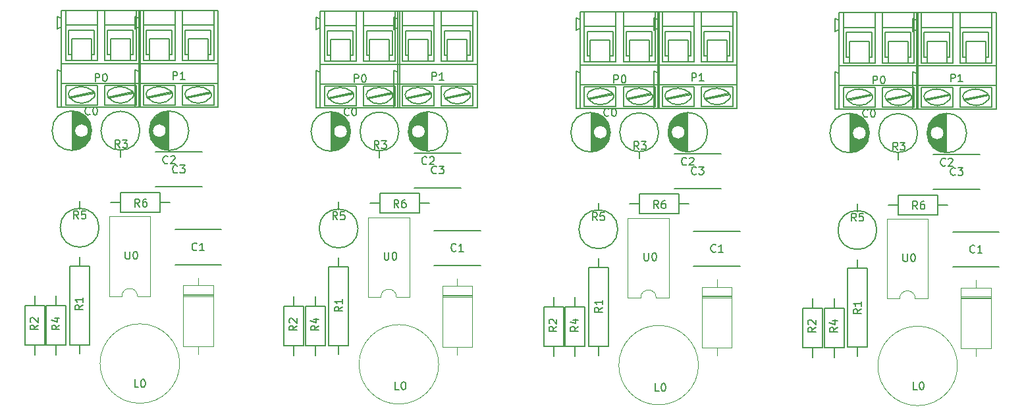
<source format=gbr>
G04 #@! TF.FileFunction,Legend,Top*
%FSLAX46Y46*%
G04 Gerber Fmt 4.6, Leading zero omitted, Abs format (unit mm)*
G04 Created by KiCad (PCBNEW 4.0.5+dfsg1-4) date Sat Jun 20 17:51:13 2020*
%MOMM*%
%LPD*%
G01*
G04 APERTURE LIST*
%ADD10C,0.100000*%
%ADD11C,0.150000*%
%ADD12C,0.120000*%
G04 APERTURE END LIST*
D10*
D11*
X127275000Y-139699000D02*
X127275000Y-134701000D01*
X127135000Y-139691000D02*
X127135000Y-134709000D01*
X126995000Y-139675000D02*
X126995000Y-137295000D01*
X126995000Y-137105000D02*
X126995000Y-134725000D01*
X126855000Y-139651000D02*
X126855000Y-137690000D01*
X126855000Y-136710000D02*
X126855000Y-134749000D01*
X126715000Y-139618000D02*
X126715000Y-137857000D01*
X126715000Y-136543000D02*
X126715000Y-134782000D01*
X126575000Y-139577000D02*
X126575000Y-137964000D01*
X126575000Y-136436000D02*
X126575000Y-134823000D01*
X126435000Y-139527000D02*
X126435000Y-138035000D01*
X126435000Y-136365000D02*
X126435000Y-134873000D01*
X126295000Y-139466000D02*
X126295000Y-138079000D01*
X126295000Y-136321000D02*
X126295000Y-134934000D01*
X126155000Y-139396000D02*
X126155000Y-138098000D01*
X126155000Y-136302000D02*
X126155000Y-135004000D01*
X126015000Y-139314000D02*
X126015000Y-138096000D01*
X126015000Y-136304000D02*
X126015000Y-135086000D01*
X125875000Y-139219000D02*
X125875000Y-138071000D01*
X125875000Y-136329000D02*
X125875000Y-135181000D01*
X125735000Y-139108000D02*
X125735000Y-138023000D01*
X125735000Y-136377000D02*
X125735000Y-135292000D01*
X125595000Y-138980000D02*
X125595000Y-137945000D01*
X125595000Y-136455000D02*
X125595000Y-135420000D01*
X125455000Y-138831000D02*
X125455000Y-137828000D01*
X125455000Y-136572000D02*
X125455000Y-135569000D01*
X125315000Y-138652000D02*
X125315000Y-137640000D01*
X125315000Y-136760000D02*
X125315000Y-135748000D01*
X125175000Y-138433000D02*
X125175000Y-135967000D01*
X125035000Y-138144000D02*
X125035000Y-136256000D01*
X124895000Y-137672000D02*
X124895000Y-136728000D01*
X127000000Y-137200000D02*
G75*
G03X127000000Y-137200000I-900000J0D01*
G01*
X129887500Y-137200000D02*
G75*
G03X129887500Y-137200000I-2537500J0D01*
G01*
X117120000Y-154620000D02*
X114580000Y-154620000D01*
X114580000Y-154620000D02*
X114580000Y-164780000D01*
X114580000Y-164780000D02*
X117120000Y-164780000D01*
X117120000Y-164780000D02*
X117120000Y-154620000D01*
X115850000Y-165930000D02*
X115850000Y-164780000D01*
X115850000Y-153470000D02*
X115850000Y-154620000D01*
X131600000Y-144450000D02*
X125600000Y-144450000D01*
X125600000Y-139950000D02*
X131600000Y-139950000D01*
X128100000Y-149950000D02*
X134100000Y-149950000D01*
X134100000Y-154450000D02*
X128100000Y-154450000D01*
D12*
X128720000Y-167200000D02*
G75*
G03X128720000Y-167200000I-5120000J0D01*
G01*
D11*
X115850000Y-147299060D02*
X115850000Y-146298300D01*
X118349360Y-149699360D02*
G75*
G03X118349360Y-149699360I-2499360J0D01*
G01*
X121100000Y-139600940D02*
X121100000Y-140601700D01*
X123599360Y-137200640D02*
G75*
G03X123599360Y-137200640I-2499360J0D01*
G01*
X121140000Y-145180000D02*
X126220000Y-145180000D01*
X126220000Y-145180000D02*
X126220000Y-147720000D01*
X126220000Y-147720000D02*
X121140000Y-147720000D01*
X121140000Y-147720000D02*
X121140000Y-145180000D01*
X121140000Y-146450000D02*
X119870000Y-146450000D01*
X126220000Y-146450000D02*
X127490000Y-146450000D01*
D12*
X133020000Y-157130000D02*
X129180000Y-157130000D01*
X129180000Y-157130000D02*
X129180000Y-164970000D01*
X129180000Y-164970000D02*
X133020000Y-164970000D01*
X133020000Y-164970000D02*
X133020000Y-157130000D01*
X131100000Y-156140000D02*
X131100000Y-157130000D01*
X131100000Y-165960000D02*
X131100000Y-164970000D01*
X133020000Y-158390000D02*
X129180000Y-158390000D01*
X133020000Y-158510000D02*
X129180000Y-158510000D01*
X133020000Y-158270000D02*
X129180000Y-158270000D01*
D11*
X111370000Y-159740000D02*
X111370000Y-164820000D01*
X111370000Y-164820000D02*
X108830000Y-164820000D01*
X108830000Y-164820000D02*
X108830000Y-159740000D01*
X108830000Y-159740000D02*
X111370000Y-159740000D01*
X110100000Y-159740000D02*
X110100000Y-158470000D01*
X110100000Y-164820000D02*
X110100000Y-166090000D01*
X114120000Y-159740000D02*
X114120000Y-164820000D01*
X114120000Y-164820000D02*
X111580000Y-164820000D01*
X111580000Y-164820000D02*
X111580000Y-159740000D01*
X111580000Y-159740000D02*
X114120000Y-159740000D01*
X112850000Y-159740000D02*
X112850000Y-158470000D01*
X112850000Y-164820000D02*
X112850000Y-166090000D01*
X114925000Y-134701000D02*
X114925000Y-139699000D01*
X115065000Y-134709000D02*
X115065000Y-139691000D01*
X115205000Y-134725000D02*
X115205000Y-137105000D01*
X115205000Y-137295000D02*
X115205000Y-139675000D01*
X115345000Y-134749000D02*
X115345000Y-136710000D01*
X115345000Y-137690000D02*
X115345000Y-139651000D01*
X115485000Y-134782000D02*
X115485000Y-136543000D01*
X115485000Y-137857000D02*
X115485000Y-139618000D01*
X115625000Y-134823000D02*
X115625000Y-136436000D01*
X115625000Y-137964000D02*
X115625000Y-139577000D01*
X115765000Y-134873000D02*
X115765000Y-136365000D01*
X115765000Y-138035000D02*
X115765000Y-139527000D01*
X115905000Y-134934000D02*
X115905000Y-136321000D01*
X115905000Y-138079000D02*
X115905000Y-139466000D01*
X116045000Y-135004000D02*
X116045000Y-136302000D01*
X116045000Y-138098000D02*
X116045000Y-139396000D01*
X116185000Y-135086000D02*
X116185000Y-136304000D01*
X116185000Y-138096000D02*
X116185000Y-139314000D01*
X116325000Y-135181000D02*
X116325000Y-136329000D01*
X116325000Y-138071000D02*
X116325000Y-139219000D01*
X116465000Y-135292000D02*
X116465000Y-136377000D01*
X116465000Y-138023000D02*
X116465000Y-139108000D01*
X116605000Y-135420000D02*
X116605000Y-136455000D01*
X116605000Y-137945000D02*
X116605000Y-138980000D01*
X116745000Y-135569000D02*
X116745000Y-136572000D01*
X116745000Y-137828000D02*
X116745000Y-138831000D01*
X116885000Y-135748000D02*
X116885000Y-136760000D01*
X116885000Y-137640000D02*
X116885000Y-138652000D01*
X117025000Y-135967000D02*
X117025000Y-138433000D01*
X117165000Y-136256000D02*
X117165000Y-138144000D01*
X117305000Y-136728000D02*
X117305000Y-137672000D01*
X117000000Y-137200000D02*
G75*
G03X117000000Y-137200000I-900000J0D01*
G01*
X117387500Y-137200000D02*
G75*
G03X117387500Y-137200000I-2537500J0D01*
G01*
D12*
X121290000Y-158530000D02*
G75*
G02X123290000Y-158530000I1000000J0D01*
G01*
X123290000Y-158530000D02*
X124940000Y-158530000D01*
X124940000Y-158530000D02*
X124940000Y-148250000D01*
X124940000Y-148250000D02*
X119640000Y-148250000D01*
X119640000Y-148250000D02*
X119640000Y-158530000D01*
X119640000Y-158530000D02*
X121290000Y-158530000D01*
D11*
X132359600Y-125360000D02*
X129819600Y-125360000D01*
X129819600Y-125360000D02*
X129819600Y-128154000D01*
X132359600Y-128154000D02*
X129819600Y-128154000D01*
X132359600Y-125360000D02*
X132359600Y-128154000D01*
X127355800Y-125360000D02*
X124815800Y-125360000D01*
X124815800Y-125360000D02*
X124815800Y-128154000D01*
X127355800Y-128154000D02*
X124815800Y-128154000D01*
X127355800Y-125360000D02*
X127355800Y-128154000D01*
X123495000Y-134123000D02*
X123495000Y-131075000D01*
X123495000Y-134123000D02*
X133680000Y-134123000D01*
X123495000Y-134123000D02*
X122987000Y-134123000D01*
X122987000Y-134123000D02*
X122987000Y-129297000D01*
X122987000Y-129297000D02*
X123495000Y-129551000D01*
X122987000Y-122439000D02*
X123495000Y-122693000D01*
X123495000Y-122693000D02*
X123495000Y-121677000D01*
X122987000Y-124090000D02*
X123495000Y-123836000D01*
X123495000Y-123836000D02*
X123495000Y-122693000D01*
X122987000Y-124090000D02*
X122987000Y-122439000D01*
X128117800Y-121677000D02*
X128117800Y-123582000D01*
X124053800Y-128154000D02*
X124053800Y-123582000D01*
X128117800Y-121677000D02*
X124053800Y-121677000D01*
X124053800Y-121677000D02*
X123495000Y-121677000D01*
X129057600Y-121677000D02*
X129057600Y-123582000D01*
X129057600Y-121677000D02*
X128117800Y-121677000D01*
X133121600Y-128154000D02*
X133121600Y-123582000D01*
X133680000Y-121677000D02*
X133121600Y-121677000D01*
X133121600Y-121677000D02*
X129057600Y-121677000D01*
X128117800Y-123582000D02*
X124053800Y-123582000D01*
X128117800Y-123582000D02*
X128117800Y-128154000D01*
X124053800Y-123582000D02*
X124053800Y-121677000D01*
X129057600Y-123582000D02*
X133121600Y-123582000D01*
X129057600Y-123582000D02*
X129057600Y-128154000D01*
X133121600Y-123582000D02*
X133121600Y-121677000D01*
X124434800Y-124217000D02*
X124434800Y-127392000D01*
X124434800Y-124217000D02*
X127736800Y-124217000D01*
X127736800Y-124217000D02*
X127736800Y-127392000D01*
X129438600Y-124217000D02*
X129438600Y-127392000D01*
X129438600Y-124217000D02*
X132740600Y-124217000D01*
X132740600Y-124217000D02*
X132740600Y-127392000D01*
X132740600Y-127392000D02*
X132359600Y-127392000D01*
X129438600Y-127392000D02*
X129819600Y-127392000D01*
X127736800Y-127392000D02*
X127355800Y-127392000D01*
X124434800Y-127392000D02*
X124815800Y-127392000D01*
X133680000Y-121677000D02*
X133680000Y-128535000D01*
X133680000Y-128535000D02*
X133680000Y-131075000D01*
X123495000Y-129551000D02*
X123495000Y-128535000D01*
X123495000Y-128535000D02*
X123495000Y-123836000D01*
X133680000Y-131075000D02*
X123495000Y-131075000D01*
X133680000Y-131075000D02*
X133680000Y-134123000D01*
X123495000Y-131075000D02*
X123495000Y-129551000D01*
X128117800Y-131329000D02*
X128117800Y-133869000D01*
X128117800Y-133869000D02*
X124053800Y-133869000D01*
X124053800Y-133869000D02*
X124053800Y-131329000D01*
X124053800Y-131329000D02*
X128117800Y-131329000D01*
X129057600Y-131329000D02*
X129057600Y-133869000D01*
X129057600Y-131329000D02*
X133121600Y-131329000D01*
X133121600Y-131329000D02*
X133121600Y-133869000D01*
X129057600Y-133869000D02*
X133121600Y-133869000D01*
X127711400Y-132345000D02*
X124663400Y-132980000D01*
X127584400Y-132218000D02*
X124536400Y-132853000D01*
X132715200Y-132345000D02*
X129664660Y-132980000D01*
X132588200Y-132218000D02*
X129540200Y-132853000D01*
X133121600Y-128154000D02*
X132740600Y-128154000D01*
X129057600Y-128154000D02*
X129438600Y-128154000D01*
X129438600Y-128154000D02*
X132740600Y-128154000D01*
X133680000Y-128535000D02*
X132740600Y-128535000D01*
X132740600Y-128535000D02*
X129438600Y-128535000D01*
X129438600Y-128535000D02*
X127736800Y-128535000D01*
X123495000Y-128535000D02*
X124434800Y-128535000D01*
X124434800Y-128535000D02*
X127736800Y-128535000D01*
X124053800Y-128154000D02*
X124434800Y-128154000D01*
X128117800Y-128154000D02*
X127736800Y-128154000D01*
X127736800Y-128154000D02*
X124434800Y-128154000D01*
X124617028Y-131985430D02*
G75*
G03X124564340Y-132952060I452772J-509430D01*
G01*
X127559728Y-132065104D02*
G75*
G03X124571960Y-132017340I-1524728J-1905496D01*
G01*
X124560589Y-132956844D02*
G75*
G03X127711400Y-132903800I1553151J1348444D01*
G01*
X127660097Y-132953481D02*
G75*
G03X127518360Y-132027500I-431297J407821D01*
G01*
X129620851Y-131982890D02*
G75*
G03X129565600Y-132952060I452749J-511970D01*
G01*
X132560988Y-132065104D02*
G75*
G03X129573220Y-132017340I-1524728J-1905496D01*
G01*
X129558427Y-132961847D02*
G75*
G03X132715200Y-132903800I1554033J1353447D01*
G01*
X132664520Y-132951019D02*
G75*
G03X132519620Y-132027500I-431920J405359D01*
G01*
X122359600Y-125360000D02*
X119819600Y-125360000D01*
X119819600Y-125360000D02*
X119819600Y-128154000D01*
X122359600Y-128154000D02*
X119819600Y-128154000D01*
X122359600Y-125360000D02*
X122359600Y-128154000D01*
X117355800Y-125360000D02*
X114815800Y-125360000D01*
X114815800Y-125360000D02*
X114815800Y-128154000D01*
X117355800Y-128154000D02*
X114815800Y-128154000D01*
X117355800Y-125360000D02*
X117355800Y-128154000D01*
X113495000Y-134123000D02*
X113495000Y-131075000D01*
X113495000Y-134123000D02*
X123680000Y-134123000D01*
X113495000Y-134123000D02*
X112987000Y-134123000D01*
X112987000Y-134123000D02*
X112987000Y-129297000D01*
X112987000Y-129297000D02*
X113495000Y-129551000D01*
X112987000Y-122439000D02*
X113495000Y-122693000D01*
X113495000Y-122693000D02*
X113495000Y-121677000D01*
X112987000Y-124090000D02*
X113495000Y-123836000D01*
X113495000Y-123836000D02*
X113495000Y-122693000D01*
X112987000Y-124090000D02*
X112987000Y-122439000D01*
X118117800Y-121677000D02*
X118117800Y-123582000D01*
X114053800Y-128154000D02*
X114053800Y-123582000D01*
X118117800Y-121677000D02*
X114053800Y-121677000D01*
X114053800Y-121677000D02*
X113495000Y-121677000D01*
X119057600Y-121677000D02*
X119057600Y-123582000D01*
X119057600Y-121677000D02*
X118117800Y-121677000D01*
X123121600Y-128154000D02*
X123121600Y-123582000D01*
X123680000Y-121677000D02*
X123121600Y-121677000D01*
X123121600Y-121677000D02*
X119057600Y-121677000D01*
X118117800Y-123582000D02*
X114053800Y-123582000D01*
X118117800Y-123582000D02*
X118117800Y-128154000D01*
X114053800Y-123582000D02*
X114053800Y-121677000D01*
X119057600Y-123582000D02*
X123121600Y-123582000D01*
X119057600Y-123582000D02*
X119057600Y-128154000D01*
X123121600Y-123582000D02*
X123121600Y-121677000D01*
X114434800Y-124217000D02*
X114434800Y-127392000D01*
X114434800Y-124217000D02*
X117736800Y-124217000D01*
X117736800Y-124217000D02*
X117736800Y-127392000D01*
X119438600Y-124217000D02*
X119438600Y-127392000D01*
X119438600Y-124217000D02*
X122740600Y-124217000D01*
X122740600Y-124217000D02*
X122740600Y-127392000D01*
X122740600Y-127392000D02*
X122359600Y-127392000D01*
X119438600Y-127392000D02*
X119819600Y-127392000D01*
X117736800Y-127392000D02*
X117355800Y-127392000D01*
X114434800Y-127392000D02*
X114815800Y-127392000D01*
X123680000Y-121677000D02*
X123680000Y-128535000D01*
X123680000Y-128535000D02*
X123680000Y-131075000D01*
X113495000Y-129551000D02*
X113495000Y-128535000D01*
X113495000Y-128535000D02*
X113495000Y-123836000D01*
X123680000Y-131075000D02*
X113495000Y-131075000D01*
X123680000Y-131075000D02*
X123680000Y-134123000D01*
X113495000Y-131075000D02*
X113495000Y-129551000D01*
X118117800Y-131329000D02*
X118117800Y-133869000D01*
X118117800Y-133869000D02*
X114053800Y-133869000D01*
X114053800Y-133869000D02*
X114053800Y-131329000D01*
X114053800Y-131329000D02*
X118117800Y-131329000D01*
X119057600Y-131329000D02*
X119057600Y-133869000D01*
X119057600Y-131329000D02*
X123121600Y-131329000D01*
X123121600Y-131329000D02*
X123121600Y-133869000D01*
X119057600Y-133869000D02*
X123121600Y-133869000D01*
X117711400Y-132345000D02*
X114663400Y-132980000D01*
X117584400Y-132218000D02*
X114536400Y-132853000D01*
X122715200Y-132345000D02*
X119664660Y-132980000D01*
X122588200Y-132218000D02*
X119540200Y-132853000D01*
X123121600Y-128154000D02*
X122740600Y-128154000D01*
X119057600Y-128154000D02*
X119438600Y-128154000D01*
X119438600Y-128154000D02*
X122740600Y-128154000D01*
X123680000Y-128535000D02*
X122740600Y-128535000D01*
X122740600Y-128535000D02*
X119438600Y-128535000D01*
X119438600Y-128535000D02*
X117736800Y-128535000D01*
X113495000Y-128535000D02*
X114434800Y-128535000D01*
X114434800Y-128535000D02*
X117736800Y-128535000D01*
X114053800Y-128154000D02*
X114434800Y-128154000D01*
X118117800Y-128154000D02*
X117736800Y-128154000D01*
X117736800Y-128154000D02*
X114434800Y-128154000D01*
X114617028Y-131985430D02*
G75*
G03X114564340Y-132952060I452772J-509430D01*
G01*
X117559728Y-132065104D02*
G75*
G03X114571960Y-132017340I-1524728J-1905496D01*
G01*
X114560589Y-132956844D02*
G75*
G03X117711400Y-132903800I1553151J1348444D01*
G01*
X117660097Y-132953481D02*
G75*
G03X117518360Y-132027500I-431297J407821D01*
G01*
X119620851Y-131982890D02*
G75*
G03X119565600Y-132952060I452749J-511970D01*
G01*
X122560988Y-132065104D02*
G75*
G03X119573220Y-132017340I-1524728J-1905496D01*
G01*
X119558427Y-132961847D02*
G75*
G03X122715200Y-132903800I1554033J1353447D01*
G01*
X122664520Y-132951019D02*
G75*
G03X122519620Y-132027500I-431920J405359D01*
G01*
X155659600Y-125460000D02*
X153119600Y-125460000D01*
X153119600Y-125460000D02*
X153119600Y-128254000D01*
X155659600Y-128254000D02*
X153119600Y-128254000D01*
X155659600Y-125460000D02*
X155659600Y-128254000D01*
X150655800Y-125460000D02*
X148115800Y-125460000D01*
X148115800Y-125460000D02*
X148115800Y-128254000D01*
X150655800Y-128254000D02*
X148115800Y-128254000D01*
X150655800Y-125460000D02*
X150655800Y-128254000D01*
X146795000Y-134223000D02*
X146795000Y-131175000D01*
X146795000Y-134223000D02*
X156980000Y-134223000D01*
X146795000Y-134223000D02*
X146287000Y-134223000D01*
X146287000Y-134223000D02*
X146287000Y-129397000D01*
X146287000Y-129397000D02*
X146795000Y-129651000D01*
X146287000Y-122539000D02*
X146795000Y-122793000D01*
X146795000Y-122793000D02*
X146795000Y-121777000D01*
X146287000Y-124190000D02*
X146795000Y-123936000D01*
X146795000Y-123936000D02*
X146795000Y-122793000D01*
X146287000Y-124190000D02*
X146287000Y-122539000D01*
X151417800Y-121777000D02*
X151417800Y-123682000D01*
X147353800Y-128254000D02*
X147353800Y-123682000D01*
X151417800Y-121777000D02*
X147353800Y-121777000D01*
X147353800Y-121777000D02*
X146795000Y-121777000D01*
X152357600Y-121777000D02*
X152357600Y-123682000D01*
X152357600Y-121777000D02*
X151417800Y-121777000D01*
X156421600Y-128254000D02*
X156421600Y-123682000D01*
X156980000Y-121777000D02*
X156421600Y-121777000D01*
X156421600Y-121777000D02*
X152357600Y-121777000D01*
X151417800Y-123682000D02*
X147353800Y-123682000D01*
X151417800Y-123682000D02*
X151417800Y-128254000D01*
X147353800Y-123682000D02*
X147353800Y-121777000D01*
X152357600Y-123682000D02*
X156421600Y-123682000D01*
X152357600Y-123682000D02*
X152357600Y-128254000D01*
X156421600Y-123682000D02*
X156421600Y-121777000D01*
X147734800Y-124317000D02*
X147734800Y-127492000D01*
X147734800Y-124317000D02*
X151036800Y-124317000D01*
X151036800Y-124317000D02*
X151036800Y-127492000D01*
X152738600Y-124317000D02*
X152738600Y-127492000D01*
X152738600Y-124317000D02*
X156040600Y-124317000D01*
X156040600Y-124317000D02*
X156040600Y-127492000D01*
X156040600Y-127492000D02*
X155659600Y-127492000D01*
X152738600Y-127492000D02*
X153119600Y-127492000D01*
X151036800Y-127492000D02*
X150655800Y-127492000D01*
X147734800Y-127492000D02*
X148115800Y-127492000D01*
X156980000Y-121777000D02*
X156980000Y-128635000D01*
X156980000Y-128635000D02*
X156980000Y-131175000D01*
X146795000Y-129651000D02*
X146795000Y-128635000D01*
X146795000Y-128635000D02*
X146795000Y-123936000D01*
X156980000Y-131175000D02*
X146795000Y-131175000D01*
X156980000Y-131175000D02*
X156980000Y-134223000D01*
X146795000Y-131175000D02*
X146795000Y-129651000D01*
X151417800Y-131429000D02*
X151417800Y-133969000D01*
X151417800Y-133969000D02*
X147353800Y-133969000D01*
X147353800Y-133969000D02*
X147353800Y-131429000D01*
X147353800Y-131429000D02*
X151417800Y-131429000D01*
X152357600Y-131429000D02*
X152357600Y-133969000D01*
X152357600Y-131429000D02*
X156421600Y-131429000D01*
X156421600Y-131429000D02*
X156421600Y-133969000D01*
X152357600Y-133969000D02*
X156421600Y-133969000D01*
X151011400Y-132445000D02*
X147963400Y-133080000D01*
X150884400Y-132318000D02*
X147836400Y-132953000D01*
X156015200Y-132445000D02*
X152964660Y-133080000D01*
X155888200Y-132318000D02*
X152840200Y-132953000D01*
X156421600Y-128254000D02*
X156040600Y-128254000D01*
X152357600Y-128254000D02*
X152738600Y-128254000D01*
X152738600Y-128254000D02*
X156040600Y-128254000D01*
X156980000Y-128635000D02*
X156040600Y-128635000D01*
X156040600Y-128635000D02*
X152738600Y-128635000D01*
X152738600Y-128635000D02*
X151036800Y-128635000D01*
X146795000Y-128635000D02*
X147734800Y-128635000D01*
X147734800Y-128635000D02*
X151036800Y-128635000D01*
X147353800Y-128254000D02*
X147734800Y-128254000D01*
X151417800Y-128254000D02*
X151036800Y-128254000D01*
X151036800Y-128254000D02*
X147734800Y-128254000D01*
X147917028Y-132085430D02*
G75*
G03X147864340Y-133052060I452772J-509430D01*
G01*
X150859728Y-132165104D02*
G75*
G03X147871960Y-132117340I-1524728J-1905496D01*
G01*
X147860589Y-133056844D02*
G75*
G03X151011400Y-133003800I1553151J1348444D01*
G01*
X150960097Y-133053481D02*
G75*
G03X150818360Y-132127500I-431297J407821D01*
G01*
X152920851Y-132082890D02*
G75*
G03X152865600Y-133052060I452749J-511970D01*
G01*
X155860988Y-132165104D02*
G75*
G03X152873220Y-132117340I-1524728J-1905496D01*
G01*
X152858427Y-133061847D02*
G75*
G03X156015200Y-133003800I1554033J1353447D01*
G01*
X155964520Y-133051019D02*
G75*
G03X155819620Y-132127500I-431920J405359D01*
G01*
X165659600Y-125460000D02*
X163119600Y-125460000D01*
X163119600Y-125460000D02*
X163119600Y-128254000D01*
X165659600Y-128254000D02*
X163119600Y-128254000D01*
X165659600Y-125460000D02*
X165659600Y-128254000D01*
X160655800Y-125460000D02*
X158115800Y-125460000D01*
X158115800Y-125460000D02*
X158115800Y-128254000D01*
X160655800Y-128254000D02*
X158115800Y-128254000D01*
X160655800Y-125460000D02*
X160655800Y-128254000D01*
X156795000Y-134223000D02*
X156795000Y-131175000D01*
X156795000Y-134223000D02*
X166980000Y-134223000D01*
X156795000Y-134223000D02*
X156287000Y-134223000D01*
X156287000Y-134223000D02*
X156287000Y-129397000D01*
X156287000Y-129397000D02*
X156795000Y-129651000D01*
X156287000Y-122539000D02*
X156795000Y-122793000D01*
X156795000Y-122793000D02*
X156795000Y-121777000D01*
X156287000Y-124190000D02*
X156795000Y-123936000D01*
X156795000Y-123936000D02*
X156795000Y-122793000D01*
X156287000Y-124190000D02*
X156287000Y-122539000D01*
X161417800Y-121777000D02*
X161417800Y-123682000D01*
X157353800Y-128254000D02*
X157353800Y-123682000D01*
X161417800Y-121777000D02*
X157353800Y-121777000D01*
X157353800Y-121777000D02*
X156795000Y-121777000D01*
X162357600Y-121777000D02*
X162357600Y-123682000D01*
X162357600Y-121777000D02*
X161417800Y-121777000D01*
X166421600Y-128254000D02*
X166421600Y-123682000D01*
X166980000Y-121777000D02*
X166421600Y-121777000D01*
X166421600Y-121777000D02*
X162357600Y-121777000D01*
X161417800Y-123682000D02*
X157353800Y-123682000D01*
X161417800Y-123682000D02*
X161417800Y-128254000D01*
X157353800Y-123682000D02*
X157353800Y-121777000D01*
X162357600Y-123682000D02*
X166421600Y-123682000D01*
X162357600Y-123682000D02*
X162357600Y-128254000D01*
X166421600Y-123682000D02*
X166421600Y-121777000D01*
X157734800Y-124317000D02*
X157734800Y-127492000D01*
X157734800Y-124317000D02*
X161036800Y-124317000D01*
X161036800Y-124317000D02*
X161036800Y-127492000D01*
X162738600Y-124317000D02*
X162738600Y-127492000D01*
X162738600Y-124317000D02*
X166040600Y-124317000D01*
X166040600Y-124317000D02*
X166040600Y-127492000D01*
X166040600Y-127492000D02*
X165659600Y-127492000D01*
X162738600Y-127492000D02*
X163119600Y-127492000D01*
X161036800Y-127492000D02*
X160655800Y-127492000D01*
X157734800Y-127492000D02*
X158115800Y-127492000D01*
X166980000Y-121777000D02*
X166980000Y-128635000D01*
X166980000Y-128635000D02*
X166980000Y-131175000D01*
X156795000Y-129651000D02*
X156795000Y-128635000D01*
X156795000Y-128635000D02*
X156795000Y-123936000D01*
X166980000Y-131175000D02*
X156795000Y-131175000D01*
X166980000Y-131175000D02*
X166980000Y-134223000D01*
X156795000Y-131175000D02*
X156795000Y-129651000D01*
X161417800Y-131429000D02*
X161417800Y-133969000D01*
X161417800Y-133969000D02*
X157353800Y-133969000D01*
X157353800Y-133969000D02*
X157353800Y-131429000D01*
X157353800Y-131429000D02*
X161417800Y-131429000D01*
X162357600Y-131429000D02*
X162357600Y-133969000D01*
X162357600Y-131429000D02*
X166421600Y-131429000D01*
X166421600Y-131429000D02*
X166421600Y-133969000D01*
X162357600Y-133969000D02*
X166421600Y-133969000D01*
X161011400Y-132445000D02*
X157963400Y-133080000D01*
X160884400Y-132318000D02*
X157836400Y-132953000D01*
X166015200Y-132445000D02*
X162964660Y-133080000D01*
X165888200Y-132318000D02*
X162840200Y-132953000D01*
X166421600Y-128254000D02*
X166040600Y-128254000D01*
X162357600Y-128254000D02*
X162738600Y-128254000D01*
X162738600Y-128254000D02*
X166040600Y-128254000D01*
X166980000Y-128635000D02*
X166040600Y-128635000D01*
X166040600Y-128635000D02*
X162738600Y-128635000D01*
X162738600Y-128635000D02*
X161036800Y-128635000D01*
X156795000Y-128635000D02*
X157734800Y-128635000D01*
X157734800Y-128635000D02*
X161036800Y-128635000D01*
X157353800Y-128254000D02*
X157734800Y-128254000D01*
X161417800Y-128254000D02*
X161036800Y-128254000D01*
X161036800Y-128254000D02*
X157734800Y-128254000D01*
X157917028Y-132085430D02*
G75*
G03X157864340Y-133052060I452772J-509430D01*
G01*
X160859728Y-132165104D02*
G75*
G03X157871960Y-132117340I-1524728J-1905496D01*
G01*
X157860589Y-133056844D02*
G75*
G03X161011400Y-133003800I1553151J1348444D01*
G01*
X160960097Y-133053481D02*
G75*
G03X160818360Y-132127500I-431297J407821D01*
G01*
X162920851Y-132082890D02*
G75*
G03X162865600Y-133052060I452749J-511970D01*
G01*
X165860988Y-132165104D02*
G75*
G03X162873220Y-132117340I-1524728J-1905496D01*
G01*
X162858427Y-133061847D02*
G75*
G03X166015200Y-133003800I1554033J1353447D01*
G01*
X165964520Y-133051019D02*
G75*
G03X165819620Y-132127500I-431920J405359D01*
G01*
D12*
X154590000Y-158630000D02*
G75*
G02X156590000Y-158630000I1000000J0D01*
G01*
X156590000Y-158630000D02*
X158240000Y-158630000D01*
X158240000Y-158630000D02*
X158240000Y-148350000D01*
X158240000Y-148350000D02*
X152940000Y-148350000D01*
X152940000Y-148350000D02*
X152940000Y-158630000D01*
X152940000Y-158630000D02*
X154590000Y-158630000D01*
D11*
X148225000Y-134801000D02*
X148225000Y-139799000D01*
X148365000Y-134809000D02*
X148365000Y-139791000D01*
X148505000Y-134825000D02*
X148505000Y-137205000D01*
X148505000Y-137395000D02*
X148505000Y-139775000D01*
X148645000Y-134849000D02*
X148645000Y-136810000D01*
X148645000Y-137790000D02*
X148645000Y-139751000D01*
X148785000Y-134882000D02*
X148785000Y-136643000D01*
X148785000Y-137957000D02*
X148785000Y-139718000D01*
X148925000Y-134923000D02*
X148925000Y-136536000D01*
X148925000Y-138064000D02*
X148925000Y-139677000D01*
X149065000Y-134973000D02*
X149065000Y-136465000D01*
X149065000Y-138135000D02*
X149065000Y-139627000D01*
X149205000Y-135034000D02*
X149205000Y-136421000D01*
X149205000Y-138179000D02*
X149205000Y-139566000D01*
X149345000Y-135104000D02*
X149345000Y-136402000D01*
X149345000Y-138198000D02*
X149345000Y-139496000D01*
X149485000Y-135186000D02*
X149485000Y-136404000D01*
X149485000Y-138196000D02*
X149485000Y-139414000D01*
X149625000Y-135281000D02*
X149625000Y-136429000D01*
X149625000Y-138171000D02*
X149625000Y-139319000D01*
X149765000Y-135392000D02*
X149765000Y-136477000D01*
X149765000Y-138123000D02*
X149765000Y-139208000D01*
X149905000Y-135520000D02*
X149905000Y-136555000D01*
X149905000Y-138045000D02*
X149905000Y-139080000D01*
X150045000Y-135669000D02*
X150045000Y-136672000D01*
X150045000Y-137928000D02*
X150045000Y-138931000D01*
X150185000Y-135848000D02*
X150185000Y-136860000D01*
X150185000Y-137740000D02*
X150185000Y-138752000D01*
X150325000Y-136067000D02*
X150325000Y-138533000D01*
X150465000Y-136356000D02*
X150465000Y-138244000D01*
X150605000Y-136828000D02*
X150605000Y-137772000D01*
X150300000Y-137300000D02*
G75*
G03X150300000Y-137300000I-900000J0D01*
G01*
X150687500Y-137300000D02*
G75*
G03X150687500Y-137300000I-2537500J0D01*
G01*
X147420000Y-159840000D02*
X147420000Y-164920000D01*
X147420000Y-164920000D02*
X144880000Y-164920000D01*
X144880000Y-164920000D02*
X144880000Y-159840000D01*
X144880000Y-159840000D02*
X147420000Y-159840000D01*
X146150000Y-159840000D02*
X146150000Y-158570000D01*
X146150000Y-164920000D02*
X146150000Y-166190000D01*
X144670000Y-159840000D02*
X144670000Y-164920000D01*
X144670000Y-164920000D02*
X142130000Y-164920000D01*
X142130000Y-164920000D02*
X142130000Y-159840000D01*
X142130000Y-159840000D02*
X144670000Y-159840000D01*
X143400000Y-159840000D02*
X143400000Y-158570000D01*
X143400000Y-164920000D02*
X143400000Y-166190000D01*
D12*
X166320000Y-157230000D02*
X162480000Y-157230000D01*
X162480000Y-157230000D02*
X162480000Y-165070000D01*
X162480000Y-165070000D02*
X166320000Y-165070000D01*
X166320000Y-165070000D02*
X166320000Y-157230000D01*
X164400000Y-156240000D02*
X164400000Y-157230000D01*
X164400000Y-166060000D02*
X164400000Y-165070000D01*
X166320000Y-158490000D02*
X162480000Y-158490000D01*
X166320000Y-158610000D02*
X162480000Y-158610000D01*
X166320000Y-158370000D02*
X162480000Y-158370000D01*
D11*
X154440000Y-145280000D02*
X159520000Y-145280000D01*
X159520000Y-145280000D02*
X159520000Y-147820000D01*
X159520000Y-147820000D02*
X154440000Y-147820000D01*
X154440000Y-147820000D02*
X154440000Y-145280000D01*
X154440000Y-146550000D02*
X153170000Y-146550000D01*
X159520000Y-146550000D02*
X160790000Y-146550000D01*
X154400000Y-139700940D02*
X154400000Y-140701700D01*
X156899360Y-137300640D02*
G75*
G03X156899360Y-137300640I-2499360J0D01*
G01*
X149150000Y-147399060D02*
X149150000Y-146398300D01*
X151649360Y-149799360D02*
G75*
G03X151649360Y-149799360I-2499360J0D01*
G01*
D12*
X162020000Y-167300000D02*
G75*
G03X162020000Y-167300000I-5120000J0D01*
G01*
D11*
X161400000Y-150050000D02*
X167400000Y-150050000D01*
X167400000Y-154550000D02*
X161400000Y-154550000D01*
X164900000Y-144550000D02*
X158900000Y-144550000D01*
X158900000Y-140050000D02*
X164900000Y-140050000D01*
X150420000Y-154720000D02*
X147880000Y-154720000D01*
X147880000Y-154720000D02*
X147880000Y-164880000D01*
X147880000Y-164880000D02*
X150420000Y-164880000D01*
X150420000Y-164880000D02*
X150420000Y-154720000D01*
X149150000Y-166030000D02*
X149150000Y-164880000D01*
X149150000Y-153570000D02*
X149150000Y-154720000D01*
X160575000Y-139799000D02*
X160575000Y-134801000D01*
X160435000Y-139791000D02*
X160435000Y-134809000D01*
X160295000Y-139775000D02*
X160295000Y-137395000D01*
X160295000Y-137205000D02*
X160295000Y-134825000D01*
X160155000Y-139751000D02*
X160155000Y-137790000D01*
X160155000Y-136810000D02*
X160155000Y-134849000D01*
X160015000Y-139718000D02*
X160015000Y-137957000D01*
X160015000Y-136643000D02*
X160015000Y-134882000D01*
X159875000Y-139677000D02*
X159875000Y-138064000D01*
X159875000Y-136536000D02*
X159875000Y-134923000D01*
X159735000Y-139627000D02*
X159735000Y-138135000D01*
X159735000Y-136465000D02*
X159735000Y-134973000D01*
X159595000Y-139566000D02*
X159595000Y-138179000D01*
X159595000Y-136421000D02*
X159595000Y-135034000D01*
X159455000Y-139496000D02*
X159455000Y-138198000D01*
X159455000Y-136402000D02*
X159455000Y-135104000D01*
X159315000Y-139414000D02*
X159315000Y-138196000D01*
X159315000Y-136404000D02*
X159315000Y-135186000D01*
X159175000Y-139319000D02*
X159175000Y-138171000D01*
X159175000Y-136429000D02*
X159175000Y-135281000D01*
X159035000Y-139208000D02*
X159035000Y-138123000D01*
X159035000Y-136477000D02*
X159035000Y-135392000D01*
X158895000Y-139080000D02*
X158895000Y-138045000D01*
X158895000Y-136555000D02*
X158895000Y-135520000D01*
X158755000Y-138931000D02*
X158755000Y-137928000D01*
X158755000Y-136672000D02*
X158755000Y-135669000D01*
X158615000Y-138752000D02*
X158615000Y-137740000D01*
X158615000Y-136860000D02*
X158615000Y-135848000D01*
X158475000Y-138533000D02*
X158475000Y-136067000D01*
X158335000Y-138244000D02*
X158335000Y-136356000D01*
X158195000Y-137772000D02*
X158195000Y-136828000D01*
X160300000Y-137300000D02*
G75*
G03X160300000Y-137300000I-900000J0D01*
G01*
X163187500Y-137300000D02*
G75*
G03X163187500Y-137300000I-2537500J0D01*
G01*
X93875000Y-139599000D02*
X93875000Y-134601000D01*
X93735000Y-139591000D02*
X93735000Y-134609000D01*
X93595000Y-139575000D02*
X93595000Y-137195000D01*
X93595000Y-137005000D02*
X93595000Y-134625000D01*
X93455000Y-139551000D02*
X93455000Y-137590000D01*
X93455000Y-136610000D02*
X93455000Y-134649000D01*
X93315000Y-139518000D02*
X93315000Y-137757000D01*
X93315000Y-136443000D02*
X93315000Y-134682000D01*
X93175000Y-139477000D02*
X93175000Y-137864000D01*
X93175000Y-136336000D02*
X93175000Y-134723000D01*
X93035000Y-139427000D02*
X93035000Y-137935000D01*
X93035000Y-136265000D02*
X93035000Y-134773000D01*
X92895000Y-139366000D02*
X92895000Y-137979000D01*
X92895000Y-136221000D02*
X92895000Y-134834000D01*
X92755000Y-139296000D02*
X92755000Y-137998000D01*
X92755000Y-136202000D02*
X92755000Y-134904000D01*
X92615000Y-139214000D02*
X92615000Y-137996000D01*
X92615000Y-136204000D02*
X92615000Y-134986000D01*
X92475000Y-139119000D02*
X92475000Y-137971000D01*
X92475000Y-136229000D02*
X92475000Y-135081000D01*
X92335000Y-139008000D02*
X92335000Y-137923000D01*
X92335000Y-136277000D02*
X92335000Y-135192000D01*
X92195000Y-138880000D02*
X92195000Y-137845000D01*
X92195000Y-136355000D02*
X92195000Y-135320000D01*
X92055000Y-138731000D02*
X92055000Y-137728000D01*
X92055000Y-136472000D02*
X92055000Y-135469000D01*
X91915000Y-138552000D02*
X91915000Y-137540000D01*
X91915000Y-136660000D02*
X91915000Y-135648000D01*
X91775000Y-138333000D02*
X91775000Y-135867000D01*
X91635000Y-138044000D02*
X91635000Y-136156000D01*
X91495000Y-137572000D02*
X91495000Y-136628000D01*
X93600000Y-137100000D02*
G75*
G03X93600000Y-137100000I-900000J0D01*
G01*
X96487500Y-137100000D02*
G75*
G03X96487500Y-137100000I-2537500J0D01*
G01*
X83720000Y-154520000D02*
X81180000Y-154520000D01*
X81180000Y-154520000D02*
X81180000Y-164680000D01*
X81180000Y-164680000D02*
X83720000Y-164680000D01*
X83720000Y-164680000D02*
X83720000Y-154520000D01*
X82450000Y-165830000D02*
X82450000Y-164680000D01*
X82450000Y-153370000D02*
X82450000Y-154520000D01*
X98200000Y-144350000D02*
X92200000Y-144350000D01*
X92200000Y-139850000D02*
X98200000Y-139850000D01*
X94700000Y-149850000D02*
X100700000Y-149850000D01*
X100700000Y-154350000D02*
X94700000Y-154350000D01*
D12*
X95320000Y-167100000D02*
G75*
G03X95320000Y-167100000I-5120000J0D01*
G01*
D11*
X82450000Y-147199060D02*
X82450000Y-146198300D01*
X84949360Y-149599360D02*
G75*
G03X84949360Y-149599360I-2499360J0D01*
G01*
X87700000Y-139500940D02*
X87700000Y-140501700D01*
X90199360Y-137100640D02*
G75*
G03X90199360Y-137100640I-2499360J0D01*
G01*
X87740000Y-145080000D02*
X92820000Y-145080000D01*
X92820000Y-145080000D02*
X92820000Y-147620000D01*
X92820000Y-147620000D02*
X87740000Y-147620000D01*
X87740000Y-147620000D02*
X87740000Y-145080000D01*
X87740000Y-146350000D02*
X86470000Y-146350000D01*
X92820000Y-146350000D02*
X94090000Y-146350000D01*
D12*
X99620000Y-157030000D02*
X95780000Y-157030000D01*
X95780000Y-157030000D02*
X95780000Y-164870000D01*
X95780000Y-164870000D02*
X99620000Y-164870000D01*
X99620000Y-164870000D02*
X99620000Y-157030000D01*
X97700000Y-156040000D02*
X97700000Y-157030000D01*
X97700000Y-165860000D02*
X97700000Y-164870000D01*
X99620000Y-158290000D02*
X95780000Y-158290000D01*
X99620000Y-158410000D02*
X95780000Y-158410000D01*
X99620000Y-158170000D02*
X95780000Y-158170000D01*
D11*
X77970000Y-159640000D02*
X77970000Y-164720000D01*
X77970000Y-164720000D02*
X75430000Y-164720000D01*
X75430000Y-164720000D02*
X75430000Y-159640000D01*
X75430000Y-159640000D02*
X77970000Y-159640000D01*
X76700000Y-159640000D02*
X76700000Y-158370000D01*
X76700000Y-164720000D02*
X76700000Y-165990000D01*
X80720000Y-159640000D02*
X80720000Y-164720000D01*
X80720000Y-164720000D02*
X78180000Y-164720000D01*
X78180000Y-164720000D02*
X78180000Y-159640000D01*
X78180000Y-159640000D02*
X80720000Y-159640000D01*
X79450000Y-159640000D02*
X79450000Y-158370000D01*
X79450000Y-164720000D02*
X79450000Y-165990000D01*
X81525000Y-134601000D02*
X81525000Y-139599000D01*
X81665000Y-134609000D02*
X81665000Y-139591000D01*
X81805000Y-134625000D02*
X81805000Y-137005000D01*
X81805000Y-137195000D02*
X81805000Y-139575000D01*
X81945000Y-134649000D02*
X81945000Y-136610000D01*
X81945000Y-137590000D02*
X81945000Y-139551000D01*
X82085000Y-134682000D02*
X82085000Y-136443000D01*
X82085000Y-137757000D02*
X82085000Y-139518000D01*
X82225000Y-134723000D02*
X82225000Y-136336000D01*
X82225000Y-137864000D02*
X82225000Y-139477000D01*
X82365000Y-134773000D02*
X82365000Y-136265000D01*
X82365000Y-137935000D02*
X82365000Y-139427000D01*
X82505000Y-134834000D02*
X82505000Y-136221000D01*
X82505000Y-137979000D02*
X82505000Y-139366000D01*
X82645000Y-134904000D02*
X82645000Y-136202000D01*
X82645000Y-137998000D02*
X82645000Y-139296000D01*
X82785000Y-134986000D02*
X82785000Y-136204000D01*
X82785000Y-137996000D02*
X82785000Y-139214000D01*
X82925000Y-135081000D02*
X82925000Y-136229000D01*
X82925000Y-137971000D02*
X82925000Y-139119000D01*
X83065000Y-135192000D02*
X83065000Y-136277000D01*
X83065000Y-137923000D02*
X83065000Y-139008000D01*
X83205000Y-135320000D02*
X83205000Y-136355000D01*
X83205000Y-137845000D02*
X83205000Y-138880000D01*
X83345000Y-135469000D02*
X83345000Y-136472000D01*
X83345000Y-137728000D02*
X83345000Y-138731000D01*
X83485000Y-135648000D02*
X83485000Y-136660000D01*
X83485000Y-137540000D02*
X83485000Y-138552000D01*
X83625000Y-135867000D02*
X83625000Y-138333000D01*
X83765000Y-136156000D02*
X83765000Y-138044000D01*
X83905000Y-136628000D02*
X83905000Y-137572000D01*
X83600000Y-137100000D02*
G75*
G03X83600000Y-137100000I-900000J0D01*
G01*
X83987500Y-137100000D02*
G75*
G03X83987500Y-137100000I-2537500J0D01*
G01*
D12*
X87890000Y-158430000D02*
G75*
G02X89890000Y-158430000I1000000J0D01*
G01*
X89890000Y-158430000D02*
X91540000Y-158430000D01*
X91540000Y-158430000D02*
X91540000Y-148150000D01*
X91540000Y-148150000D02*
X86240000Y-148150000D01*
X86240000Y-148150000D02*
X86240000Y-158430000D01*
X86240000Y-158430000D02*
X87890000Y-158430000D01*
D11*
X98959600Y-125260000D02*
X96419600Y-125260000D01*
X96419600Y-125260000D02*
X96419600Y-128054000D01*
X98959600Y-128054000D02*
X96419600Y-128054000D01*
X98959600Y-125260000D02*
X98959600Y-128054000D01*
X93955800Y-125260000D02*
X91415800Y-125260000D01*
X91415800Y-125260000D02*
X91415800Y-128054000D01*
X93955800Y-128054000D02*
X91415800Y-128054000D01*
X93955800Y-125260000D02*
X93955800Y-128054000D01*
X90095000Y-134023000D02*
X90095000Y-130975000D01*
X90095000Y-134023000D02*
X100280000Y-134023000D01*
X90095000Y-134023000D02*
X89587000Y-134023000D01*
X89587000Y-134023000D02*
X89587000Y-129197000D01*
X89587000Y-129197000D02*
X90095000Y-129451000D01*
X89587000Y-122339000D02*
X90095000Y-122593000D01*
X90095000Y-122593000D02*
X90095000Y-121577000D01*
X89587000Y-123990000D02*
X90095000Y-123736000D01*
X90095000Y-123736000D02*
X90095000Y-122593000D01*
X89587000Y-123990000D02*
X89587000Y-122339000D01*
X94717800Y-121577000D02*
X94717800Y-123482000D01*
X90653800Y-128054000D02*
X90653800Y-123482000D01*
X94717800Y-121577000D02*
X90653800Y-121577000D01*
X90653800Y-121577000D02*
X90095000Y-121577000D01*
X95657600Y-121577000D02*
X95657600Y-123482000D01*
X95657600Y-121577000D02*
X94717800Y-121577000D01*
X99721600Y-128054000D02*
X99721600Y-123482000D01*
X100280000Y-121577000D02*
X99721600Y-121577000D01*
X99721600Y-121577000D02*
X95657600Y-121577000D01*
X94717800Y-123482000D02*
X90653800Y-123482000D01*
X94717800Y-123482000D02*
X94717800Y-128054000D01*
X90653800Y-123482000D02*
X90653800Y-121577000D01*
X95657600Y-123482000D02*
X99721600Y-123482000D01*
X95657600Y-123482000D02*
X95657600Y-128054000D01*
X99721600Y-123482000D02*
X99721600Y-121577000D01*
X91034800Y-124117000D02*
X91034800Y-127292000D01*
X91034800Y-124117000D02*
X94336800Y-124117000D01*
X94336800Y-124117000D02*
X94336800Y-127292000D01*
X96038600Y-124117000D02*
X96038600Y-127292000D01*
X96038600Y-124117000D02*
X99340600Y-124117000D01*
X99340600Y-124117000D02*
X99340600Y-127292000D01*
X99340600Y-127292000D02*
X98959600Y-127292000D01*
X96038600Y-127292000D02*
X96419600Y-127292000D01*
X94336800Y-127292000D02*
X93955800Y-127292000D01*
X91034800Y-127292000D02*
X91415800Y-127292000D01*
X100280000Y-121577000D02*
X100280000Y-128435000D01*
X100280000Y-128435000D02*
X100280000Y-130975000D01*
X90095000Y-129451000D02*
X90095000Y-128435000D01*
X90095000Y-128435000D02*
X90095000Y-123736000D01*
X100280000Y-130975000D02*
X90095000Y-130975000D01*
X100280000Y-130975000D02*
X100280000Y-134023000D01*
X90095000Y-130975000D02*
X90095000Y-129451000D01*
X94717800Y-131229000D02*
X94717800Y-133769000D01*
X94717800Y-133769000D02*
X90653800Y-133769000D01*
X90653800Y-133769000D02*
X90653800Y-131229000D01*
X90653800Y-131229000D02*
X94717800Y-131229000D01*
X95657600Y-131229000D02*
X95657600Y-133769000D01*
X95657600Y-131229000D02*
X99721600Y-131229000D01*
X99721600Y-131229000D02*
X99721600Y-133769000D01*
X95657600Y-133769000D02*
X99721600Y-133769000D01*
X94311400Y-132245000D02*
X91263400Y-132880000D01*
X94184400Y-132118000D02*
X91136400Y-132753000D01*
X99315200Y-132245000D02*
X96264660Y-132880000D01*
X99188200Y-132118000D02*
X96140200Y-132753000D01*
X99721600Y-128054000D02*
X99340600Y-128054000D01*
X95657600Y-128054000D02*
X96038600Y-128054000D01*
X96038600Y-128054000D02*
X99340600Y-128054000D01*
X100280000Y-128435000D02*
X99340600Y-128435000D01*
X99340600Y-128435000D02*
X96038600Y-128435000D01*
X96038600Y-128435000D02*
X94336800Y-128435000D01*
X90095000Y-128435000D02*
X91034800Y-128435000D01*
X91034800Y-128435000D02*
X94336800Y-128435000D01*
X90653800Y-128054000D02*
X91034800Y-128054000D01*
X94717800Y-128054000D02*
X94336800Y-128054000D01*
X94336800Y-128054000D02*
X91034800Y-128054000D01*
X91217028Y-131885430D02*
G75*
G03X91164340Y-132852060I452772J-509430D01*
G01*
X94159728Y-131965104D02*
G75*
G03X91171960Y-131917340I-1524728J-1905496D01*
G01*
X91160589Y-132856844D02*
G75*
G03X94311400Y-132803800I1553151J1348444D01*
G01*
X94260097Y-132853481D02*
G75*
G03X94118360Y-131927500I-431297J407821D01*
G01*
X96220851Y-131882890D02*
G75*
G03X96165600Y-132852060I452749J-511970D01*
G01*
X99160988Y-131965104D02*
G75*
G03X96173220Y-131917340I-1524728J-1905496D01*
G01*
X96158427Y-132861847D02*
G75*
G03X99315200Y-132803800I1554033J1353447D01*
G01*
X99264520Y-132851019D02*
G75*
G03X99119620Y-131927500I-431920J405359D01*
G01*
X88959600Y-125260000D02*
X86419600Y-125260000D01*
X86419600Y-125260000D02*
X86419600Y-128054000D01*
X88959600Y-128054000D02*
X86419600Y-128054000D01*
X88959600Y-125260000D02*
X88959600Y-128054000D01*
X83955800Y-125260000D02*
X81415800Y-125260000D01*
X81415800Y-125260000D02*
X81415800Y-128054000D01*
X83955800Y-128054000D02*
X81415800Y-128054000D01*
X83955800Y-125260000D02*
X83955800Y-128054000D01*
X80095000Y-134023000D02*
X80095000Y-130975000D01*
X80095000Y-134023000D02*
X90280000Y-134023000D01*
X80095000Y-134023000D02*
X79587000Y-134023000D01*
X79587000Y-134023000D02*
X79587000Y-129197000D01*
X79587000Y-129197000D02*
X80095000Y-129451000D01*
X79587000Y-122339000D02*
X80095000Y-122593000D01*
X80095000Y-122593000D02*
X80095000Y-121577000D01*
X79587000Y-123990000D02*
X80095000Y-123736000D01*
X80095000Y-123736000D02*
X80095000Y-122593000D01*
X79587000Y-123990000D02*
X79587000Y-122339000D01*
X84717800Y-121577000D02*
X84717800Y-123482000D01*
X80653800Y-128054000D02*
X80653800Y-123482000D01*
X84717800Y-121577000D02*
X80653800Y-121577000D01*
X80653800Y-121577000D02*
X80095000Y-121577000D01*
X85657600Y-121577000D02*
X85657600Y-123482000D01*
X85657600Y-121577000D02*
X84717800Y-121577000D01*
X89721600Y-128054000D02*
X89721600Y-123482000D01*
X90280000Y-121577000D02*
X89721600Y-121577000D01*
X89721600Y-121577000D02*
X85657600Y-121577000D01*
X84717800Y-123482000D02*
X80653800Y-123482000D01*
X84717800Y-123482000D02*
X84717800Y-128054000D01*
X80653800Y-123482000D02*
X80653800Y-121577000D01*
X85657600Y-123482000D02*
X89721600Y-123482000D01*
X85657600Y-123482000D02*
X85657600Y-128054000D01*
X89721600Y-123482000D02*
X89721600Y-121577000D01*
X81034800Y-124117000D02*
X81034800Y-127292000D01*
X81034800Y-124117000D02*
X84336800Y-124117000D01*
X84336800Y-124117000D02*
X84336800Y-127292000D01*
X86038600Y-124117000D02*
X86038600Y-127292000D01*
X86038600Y-124117000D02*
X89340600Y-124117000D01*
X89340600Y-124117000D02*
X89340600Y-127292000D01*
X89340600Y-127292000D02*
X88959600Y-127292000D01*
X86038600Y-127292000D02*
X86419600Y-127292000D01*
X84336800Y-127292000D02*
X83955800Y-127292000D01*
X81034800Y-127292000D02*
X81415800Y-127292000D01*
X90280000Y-121577000D02*
X90280000Y-128435000D01*
X90280000Y-128435000D02*
X90280000Y-130975000D01*
X80095000Y-129451000D02*
X80095000Y-128435000D01*
X80095000Y-128435000D02*
X80095000Y-123736000D01*
X90280000Y-130975000D02*
X80095000Y-130975000D01*
X90280000Y-130975000D02*
X90280000Y-134023000D01*
X80095000Y-130975000D02*
X80095000Y-129451000D01*
X84717800Y-131229000D02*
X84717800Y-133769000D01*
X84717800Y-133769000D02*
X80653800Y-133769000D01*
X80653800Y-133769000D02*
X80653800Y-131229000D01*
X80653800Y-131229000D02*
X84717800Y-131229000D01*
X85657600Y-131229000D02*
X85657600Y-133769000D01*
X85657600Y-131229000D02*
X89721600Y-131229000D01*
X89721600Y-131229000D02*
X89721600Y-133769000D01*
X85657600Y-133769000D02*
X89721600Y-133769000D01*
X84311400Y-132245000D02*
X81263400Y-132880000D01*
X84184400Y-132118000D02*
X81136400Y-132753000D01*
X89315200Y-132245000D02*
X86264660Y-132880000D01*
X89188200Y-132118000D02*
X86140200Y-132753000D01*
X89721600Y-128054000D02*
X89340600Y-128054000D01*
X85657600Y-128054000D02*
X86038600Y-128054000D01*
X86038600Y-128054000D02*
X89340600Y-128054000D01*
X90280000Y-128435000D02*
X89340600Y-128435000D01*
X89340600Y-128435000D02*
X86038600Y-128435000D01*
X86038600Y-128435000D02*
X84336800Y-128435000D01*
X80095000Y-128435000D02*
X81034800Y-128435000D01*
X81034800Y-128435000D02*
X84336800Y-128435000D01*
X80653800Y-128054000D02*
X81034800Y-128054000D01*
X84717800Y-128054000D02*
X84336800Y-128054000D01*
X84336800Y-128054000D02*
X81034800Y-128054000D01*
X81217028Y-131885430D02*
G75*
G03X81164340Y-132852060I452772J-509430D01*
G01*
X84159728Y-131965104D02*
G75*
G03X81171960Y-131917340I-1524728J-1905496D01*
G01*
X81160589Y-132856844D02*
G75*
G03X84311400Y-132803800I1553151J1348444D01*
G01*
X84260097Y-132853481D02*
G75*
G03X84118360Y-131927500I-431297J407821D01*
G01*
X86220851Y-131882890D02*
G75*
G03X86165600Y-132852060I452749J-511970D01*
G01*
X89160988Y-131965104D02*
G75*
G03X86173220Y-131917340I-1524728J-1905496D01*
G01*
X86158427Y-132861847D02*
G75*
G03X89315200Y-132803800I1554033J1353447D01*
G01*
X89264520Y-132851019D02*
G75*
G03X89119620Y-131927500I-431920J405359D01*
G01*
X55659600Y-125160000D02*
X53119600Y-125160000D01*
X53119600Y-125160000D02*
X53119600Y-127954000D01*
X55659600Y-127954000D02*
X53119600Y-127954000D01*
X55659600Y-125160000D02*
X55659600Y-127954000D01*
X50655800Y-125160000D02*
X48115800Y-125160000D01*
X48115800Y-125160000D02*
X48115800Y-127954000D01*
X50655800Y-127954000D02*
X48115800Y-127954000D01*
X50655800Y-125160000D02*
X50655800Y-127954000D01*
X46795000Y-133923000D02*
X46795000Y-130875000D01*
X46795000Y-133923000D02*
X56980000Y-133923000D01*
X46795000Y-133923000D02*
X46287000Y-133923000D01*
X46287000Y-133923000D02*
X46287000Y-129097000D01*
X46287000Y-129097000D02*
X46795000Y-129351000D01*
X46287000Y-122239000D02*
X46795000Y-122493000D01*
X46795000Y-122493000D02*
X46795000Y-121477000D01*
X46287000Y-123890000D02*
X46795000Y-123636000D01*
X46795000Y-123636000D02*
X46795000Y-122493000D01*
X46287000Y-123890000D02*
X46287000Y-122239000D01*
X51417800Y-121477000D02*
X51417800Y-123382000D01*
X47353800Y-127954000D02*
X47353800Y-123382000D01*
X51417800Y-121477000D02*
X47353800Y-121477000D01*
X47353800Y-121477000D02*
X46795000Y-121477000D01*
X52357600Y-121477000D02*
X52357600Y-123382000D01*
X52357600Y-121477000D02*
X51417800Y-121477000D01*
X56421600Y-127954000D02*
X56421600Y-123382000D01*
X56980000Y-121477000D02*
X56421600Y-121477000D01*
X56421600Y-121477000D02*
X52357600Y-121477000D01*
X51417800Y-123382000D02*
X47353800Y-123382000D01*
X51417800Y-123382000D02*
X51417800Y-127954000D01*
X47353800Y-123382000D02*
X47353800Y-121477000D01*
X52357600Y-123382000D02*
X56421600Y-123382000D01*
X52357600Y-123382000D02*
X52357600Y-127954000D01*
X56421600Y-123382000D02*
X56421600Y-121477000D01*
X47734800Y-124017000D02*
X47734800Y-127192000D01*
X47734800Y-124017000D02*
X51036800Y-124017000D01*
X51036800Y-124017000D02*
X51036800Y-127192000D01*
X52738600Y-124017000D02*
X52738600Y-127192000D01*
X52738600Y-124017000D02*
X56040600Y-124017000D01*
X56040600Y-124017000D02*
X56040600Y-127192000D01*
X56040600Y-127192000D02*
X55659600Y-127192000D01*
X52738600Y-127192000D02*
X53119600Y-127192000D01*
X51036800Y-127192000D02*
X50655800Y-127192000D01*
X47734800Y-127192000D02*
X48115800Y-127192000D01*
X56980000Y-121477000D02*
X56980000Y-128335000D01*
X56980000Y-128335000D02*
X56980000Y-130875000D01*
X46795000Y-129351000D02*
X46795000Y-128335000D01*
X46795000Y-128335000D02*
X46795000Y-123636000D01*
X56980000Y-130875000D02*
X46795000Y-130875000D01*
X56980000Y-130875000D02*
X56980000Y-133923000D01*
X46795000Y-130875000D02*
X46795000Y-129351000D01*
X51417800Y-131129000D02*
X51417800Y-133669000D01*
X51417800Y-133669000D02*
X47353800Y-133669000D01*
X47353800Y-133669000D02*
X47353800Y-131129000D01*
X47353800Y-131129000D02*
X51417800Y-131129000D01*
X52357600Y-131129000D02*
X52357600Y-133669000D01*
X52357600Y-131129000D02*
X56421600Y-131129000D01*
X56421600Y-131129000D02*
X56421600Y-133669000D01*
X52357600Y-133669000D02*
X56421600Y-133669000D01*
X51011400Y-132145000D02*
X47963400Y-132780000D01*
X50884400Y-132018000D02*
X47836400Y-132653000D01*
X56015200Y-132145000D02*
X52964660Y-132780000D01*
X55888200Y-132018000D02*
X52840200Y-132653000D01*
X56421600Y-127954000D02*
X56040600Y-127954000D01*
X52357600Y-127954000D02*
X52738600Y-127954000D01*
X52738600Y-127954000D02*
X56040600Y-127954000D01*
X56980000Y-128335000D02*
X56040600Y-128335000D01*
X56040600Y-128335000D02*
X52738600Y-128335000D01*
X52738600Y-128335000D02*
X51036800Y-128335000D01*
X46795000Y-128335000D02*
X47734800Y-128335000D01*
X47734800Y-128335000D02*
X51036800Y-128335000D01*
X47353800Y-127954000D02*
X47734800Y-127954000D01*
X51417800Y-127954000D02*
X51036800Y-127954000D01*
X51036800Y-127954000D02*
X47734800Y-127954000D01*
X47917028Y-131785430D02*
G75*
G03X47864340Y-132752060I452772J-509430D01*
G01*
X50859728Y-131865104D02*
G75*
G03X47871960Y-131817340I-1524728J-1905496D01*
G01*
X47860589Y-132756844D02*
G75*
G03X51011400Y-132703800I1553151J1348444D01*
G01*
X50960097Y-132753481D02*
G75*
G03X50818360Y-131827500I-431297J407821D01*
G01*
X52920851Y-131782890D02*
G75*
G03X52865600Y-132752060I452749J-511970D01*
G01*
X55860988Y-131865104D02*
G75*
G03X52873220Y-131817340I-1524728J-1905496D01*
G01*
X52858427Y-132761847D02*
G75*
G03X56015200Y-132703800I1554033J1353447D01*
G01*
X55964520Y-132751019D02*
G75*
G03X55819620Y-131827500I-431920J405359D01*
G01*
X65659600Y-125160000D02*
X63119600Y-125160000D01*
X63119600Y-125160000D02*
X63119600Y-127954000D01*
X65659600Y-127954000D02*
X63119600Y-127954000D01*
X65659600Y-125160000D02*
X65659600Y-127954000D01*
X60655800Y-125160000D02*
X58115800Y-125160000D01*
X58115800Y-125160000D02*
X58115800Y-127954000D01*
X60655800Y-127954000D02*
X58115800Y-127954000D01*
X60655800Y-125160000D02*
X60655800Y-127954000D01*
X56795000Y-133923000D02*
X56795000Y-130875000D01*
X56795000Y-133923000D02*
X66980000Y-133923000D01*
X56795000Y-133923000D02*
X56287000Y-133923000D01*
X56287000Y-133923000D02*
X56287000Y-129097000D01*
X56287000Y-129097000D02*
X56795000Y-129351000D01*
X56287000Y-122239000D02*
X56795000Y-122493000D01*
X56795000Y-122493000D02*
X56795000Y-121477000D01*
X56287000Y-123890000D02*
X56795000Y-123636000D01*
X56795000Y-123636000D02*
X56795000Y-122493000D01*
X56287000Y-123890000D02*
X56287000Y-122239000D01*
X61417800Y-121477000D02*
X61417800Y-123382000D01*
X57353800Y-127954000D02*
X57353800Y-123382000D01*
X61417800Y-121477000D02*
X57353800Y-121477000D01*
X57353800Y-121477000D02*
X56795000Y-121477000D01*
X62357600Y-121477000D02*
X62357600Y-123382000D01*
X62357600Y-121477000D02*
X61417800Y-121477000D01*
X66421600Y-127954000D02*
X66421600Y-123382000D01*
X66980000Y-121477000D02*
X66421600Y-121477000D01*
X66421600Y-121477000D02*
X62357600Y-121477000D01*
X61417800Y-123382000D02*
X57353800Y-123382000D01*
X61417800Y-123382000D02*
X61417800Y-127954000D01*
X57353800Y-123382000D02*
X57353800Y-121477000D01*
X62357600Y-123382000D02*
X66421600Y-123382000D01*
X62357600Y-123382000D02*
X62357600Y-127954000D01*
X66421600Y-123382000D02*
X66421600Y-121477000D01*
X57734800Y-124017000D02*
X57734800Y-127192000D01*
X57734800Y-124017000D02*
X61036800Y-124017000D01*
X61036800Y-124017000D02*
X61036800Y-127192000D01*
X62738600Y-124017000D02*
X62738600Y-127192000D01*
X62738600Y-124017000D02*
X66040600Y-124017000D01*
X66040600Y-124017000D02*
X66040600Y-127192000D01*
X66040600Y-127192000D02*
X65659600Y-127192000D01*
X62738600Y-127192000D02*
X63119600Y-127192000D01*
X61036800Y-127192000D02*
X60655800Y-127192000D01*
X57734800Y-127192000D02*
X58115800Y-127192000D01*
X66980000Y-121477000D02*
X66980000Y-128335000D01*
X66980000Y-128335000D02*
X66980000Y-130875000D01*
X56795000Y-129351000D02*
X56795000Y-128335000D01*
X56795000Y-128335000D02*
X56795000Y-123636000D01*
X66980000Y-130875000D02*
X56795000Y-130875000D01*
X66980000Y-130875000D02*
X66980000Y-133923000D01*
X56795000Y-130875000D02*
X56795000Y-129351000D01*
X61417800Y-131129000D02*
X61417800Y-133669000D01*
X61417800Y-133669000D02*
X57353800Y-133669000D01*
X57353800Y-133669000D02*
X57353800Y-131129000D01*
X57353800Y-131129000D02*
X61417800Y-131129000D01*
X62357600Y-131129000D02*
X62357600Y-133669000D01*
X62357600Y-131129000D02*
X66421600Y-131129000D01*
X66421600Y-131129000D02*
X66421600Y-133669000D01*
X62357600Y-133669000D02*
X66421600Y-133669000D01*
X61011400Y-132145000D02*
X57963400Y-132780000D01*
X60884400Y-132018000D02*
X57836400Y-132653000D01*
X66015200Y-132145000D02*
X62964660Y-132780000D01*
X65888200Y-132018000D02*
X62840200Y-132653000D01*
X66421600Y-127954000D02*
X66040600Y-127954000D01*
X62357600Y-127954000D02*
X62738600Y-127954000D01*
X62738600Y-127954000D02*
X66040600Y-127954000D01*
X66980000Y-128335000D02*
X66040600Y-128335000D01*
X66040600Y-128335000D02*
X62738600Y-128335000D01*
X62738600Y-128335000D02*
X61036800Y-128335000D01*
X56795000Y-128335000D02*
X57734800Y-128335000D01*
X57734800Y-128335000D02*
X61036800Y-128335000D01*
X57353800Y-127954000D02*
X57734800Y-127954000D01*
X61417800Y-127954000D02*
X61036800Y-127954000D01*
X61036800Y-127954000D02*
X57734800Y-127954000D01*
X57917028Y-131785430D02*
G75*
G03X57864340Y-132752060I452772J-509430D01*
G01*
X60859728Y-131865104D02*
G75*
G03X57871960Y-131817340I-1524728J-1905496D01*
G01*
X57860589Y-132756844D02*
G75*
G03X61011400Y-132703800I1553151J1348444D01*
G01*
X60960097Y-132753481D02*
G75*
G03X60818360Y-131827500I-431297J407821D01*
G01*
X62920851Y-131782890D02*
G75*
G03X62865600Y-132752060I452749J-511970D01*
G01*
X65860988Y-131865104D02*
G75*
G03X62873220Y-131817340I-1524728J-1905496D01*
G01*
X62858427Y-132761847D02*
G75*
G03X66015200Y-132703800I1554033J1353447D01*
G01*
X65964520Y-132751019D02*
G75*
G03X65819620Y-131827500I-431920J405359D01*
G01*
D12*
X54590000Y-158330000D02*
G75*
G02X56590000Y-158330000I1000000J0D01*
G01*
X56590000Y-158330000D02*
X58240000Y-158330000D01*
X58240000Y-158330000D02*
X58240000Y-148050000D01*
X58240000Y-148050000D02*
X52940000Y-148050000D01*
X52940000Y-148050000D02*
X52940000Y-158330000D01*
X52940000Y-158330000D02*
X54590000Y-158330000D01*
D11*
X48225000Y-134501000D02*
X48225000Y-139499000D01*
X48365000Y-134509000D02*
X48365000Y-139491000D01*
X48505000Y-134525000D02*
X48505000Y-136905000D01*
X48505000Y-137095000D02*
X48505000Y-139475000D01*
X48645000Y-134549000D02*
X48645000Y-136510000D01*
X48645000Y-137490000D02*
X48645000Y-139451000D01*
X48785000Y-134582000D02*
X48785000Y-136343000D01*
X48785000Y-137657000D02*
X48785000Y-139418000D01*
X48925000Y-134623000D02*
X48925000Y-136236000D01*
X48925000Y-137764000D02*
X48925000Y-139377000D01*
X49065000Y-134673000D02*
X49065000Y-136165000D01*
X49065000Y-137835000D02*
X49065000Y-139327000D01*
X49205000Y-134734000D02*
X49205000Y-136121000D01*
X49205000Y-137879000D02*
X49205000Y-139266000D01*
X49345000Y-134804000D02*
X49345000Y-136102000D01*
X49345000Y-137898000D02*
X49345000Y-139196000D01*
X49485000Y-134886000D02*
X49485000Y-136104000D01*
X49485000Y-137896000D02*
X49485000Y-139114000D01*
X49625000Y-134981000D02*
X49625000Y-136129000D01*
X49625000Y-137871000D02*
X49625000Y-139019000D01*
X49765000Y-135092000D02*
X49765000Y-136177000D01*
X49765000Y-137823000D02*
X49765000Y-138908000D01*
X49905000Y-135220000D02*
X49905000Y-136255000D01*
X49905000Y-137745000D02*
X49905000Y-138780000D01*
X50045000Y-135369000D02*
X50045000Y-136372000D01*
X50045000Y-137628000D02*
X50045000Y-138631000D01*
X50185000Y-135548000D02*
X50185000Y-136560000D01*
X50185000Y-137440000D02*
X50185000Y-138452000D01*
X50325000Y-135767000D02*
X50325000Y-138233000D01*
X50465000Y-136056000D02*
X50465000Y-137944000D01*
X50605000Y-136528000D02*
X50605000Y-137472000D01*
X50300000Y-137000000D02*
G75*
G03X50300000Y-137000000I-900000J0D01*
G01*
X50687500Y-137000000D02*
G75*
G03X50687500Y-137000000I-2537500J0D01*
G01*
X47420000Y-159540000D02*
X47420000Y-164620000D01*
X47420000Y-164620000D02*
X44880000Y-164620000D01*
X44880000Y-164620000D02*
X44880000Y-159540000D01*
X44880000Y-159540000D02*
X47420000Y-159540000D01*
X46150000Y-159540000D02*
X46150000Y-158270000D01*
X46150000Y-164620000D02*
X46150000Y-165890000D01*
X44670000Y-159540000D02*
X44670000Y-164620000D01*
X44670000Y-164620000D02*
X42130000Y-164620000D01*
X42130000Y-164620000D02*
X42130000Y-159540000D01*
X42130000Y-159540000D02*
X44670000Y-159540000D01*
X43400000Y-159540000D02*
X43400000Y-158270000D01*
X43400000Y-164620000D02*
X43400000Y-165890000D01*
D12*
X66320000Y-156930000D02*
X62480000Y-156930000D01*
X62480000Y-156930000D02*
X62480000Y-164770000D01*
X62480000Y-164770000D02*
X66320000Y-164770000D01*
X66320000Y-164770000D02*
X66320000Y-156930000D01*
X64400000Y-155940000D02*
X64400000Y-156930000D01*
X64400000Y-165760000D02*
X64400000Y-164770000D01*
X66320000Y-158190000D02*
X62480000Y-158190000D01*
X66320000Y-158310000D02*
X62480000Y-158310000D01*
X66320000Y-158070000D02*
X62480000Y-158070000D01*
D11*
X54440000Y-144980000D02*
X59520000Y-144980000D01*
X59520000Y-144980000D02*
X59520000Y-147520000D01*
X59520000Y-147520000D02*
X54440000Y-147520000D01*
X54440000Y-147520000D02*
X54440000Y-144980000D01*
X54440000Y-146250000D02*
X53170000Y-146250000D01*
X59520000Y-146250000D02*
X60790000Y-146250000D01*
X54400000Y-139400940D02*
X54400000Y-140401700D01*
X56899360Y-137000640D02*
G75*
G03X56899360Y-137000640I-2499360J0D01*
G01*
X49150000Y-147099060D02*
X49150000Y-146098300D01*
X51649360Y-149499360D02*
G75*
G03X51649360Y-149499360I-2499360J0D01*
G01*
D12*
X62020000Y-167000000D02*
G75*
G03X62020000Y-167000000I-5120000J0D01*
G01*
D11*
X61400000Y-149750000D02*
X67400000Y-149750000D01*
X67400000Y-154250000D02*
X61400000Y-154250000D01*
X64900000Y-144250000D02*
X58900000Y-144250000D01*
X58900000Y-139750000D02*
X64900000Y-139750000D01*
X50420000Y-154420000D02*
X47880000Y-154420000D01*
X47880000Y-154420000D02*
X47880000Y-164580000D01*
X47880000Y-164580000D02*
X50420000Y-164580000D01*
X50420000Y-164580000D02*
X50420000Y-154420000D01*
X49150000Y-165730000D02*
X49150000Y-164580000D01*
X49150000Y-153270000D02*
X49150000Y-154420000D01*
X60575000Y-139499000D02*
X60575000Y-134501000D01*
X60435000Y-139491000D02*
X60435000Y-134509000D01*
X60295000Y-139475000D02*
X60295000Y-137095000D01*
X60295000Y-136905000D02*
X60295000Y-134525000D01*
X60155000Y-139451000D02*
X60155000Y-137490000D01*
X60155000Y-136510000D02*
X60155000Y-134549000D01*
X60015000Y-139418000D02*
X60015000Y-137657000D01*
X60015000Y-136343000D02*
X60015000Y-134582000D01*
X59875000Y-139377000D02*
X59875000Y-137764000D01*
X59875000Y-136236000D02*
X59875000Y-134623000D01*
X59735000Y-139327000D02*
X59735000Y-137835000D01*
X59735000Y-136165000D02*
X59735000Y-134673000D01*
X59595000Y-139266000D02*
X59595000Y-137879000D01*
X59595000Y-136121000D02*
X59595000Y-134734000D01*
X59455000Y-139196000D02*
X59455000Y-137898000D01*
X59455000Y-136102000D02*
X59455000Y-134804000D01*
X59315000Y-139114000D02*
X59315000Y-137896000D01*
X59315000Y-136104000D02*
X59315000Y-134886000D01*
X59175000Y-139019000D02*
X59175000Y-137871000D01*
X59175000Y-136129000D02*
X59175000Y-134981000D01*
X59035000Y-138908000D02*
X59035000Y-137823000D01*
X59035000Y-136177000D02*
X59035000Y-135092000D01*
X58895000Y-138780000D02*
X58895000Y-137745000D01*
X58895000Y-136255000D02*
X58895000Y-135220000D01*
X58755000Y-138631000D02*
X58755000Y-137628000D01*
X58755000Y-136372000D02*
X58755000Y-135369000D01*
X58615000Y-138452000D02*
X58615000Y-137440000D01*
X58615000Y-136560000D02*
X58615000Y-135548000D01*
X58475000Y-138233000D02*
X58475000Y-135767000D01*
X58335000Y-137944000D02*
X58335000Y-136056000D01*
X58195000Y-137472000D02*
X58195000Y-136528000D01*
X60300000Y-137000000D02*
G75*
G03X60300000Y-137000000I-900000J0D01*
G01*
X63187500Y-137000000D02*
G75*
G03X63187500Y-137000000I-2537500J0D01*
G01*
X127183334Y-141357143D02*
X127135715Y-141404762D01*
X126992858Y-141452381D01*
X126897620Y-141452381D01*
X126754762Y-141404762D01*
X126659524Y-141309524D01*
X126611905Y-141214286D01*
X126564286Y-141023810D01*
X126564286Y-140880952D01*
X126611905Y-140690476D01*
X126659524Y-140595238D01*
X126754762Y-140500000D01*
X126897620Y-140452381D01*
X126992858Y-140452381D01*
X127135715Y-140500000D01*
X127183334Y-140547619D01*
X127564286Y-140547619D02*
X127611905Y-140500000D01*
X127707143Y-140452381D01*
X127945239Y-140452381D01*
X128040477Y-140500000D01*
X128088096Y-140547619D01*
X128135715Y-140642857D01*
X128135715Y-140738095D01*
X128088096Y-140880952D01*
X127516667Y-141452381D01*
X128135715Y-141452381D01*
X116352381Y-159766666D02*
X115876190Y-160100000D01*
X116352381Y-160338095D02*
X115352381Y-160338095D01*
X115352381Y-159957142D01*
X115400000Y-159861904D01*
X115447619Y-159814285D01*
X115542857Y-159766666D01*
X115685714Y-159766666D01*
X115780952Y-159814285D01*
X115828571Y-159861904D01*
X115876190Y-159957142D01*
X115876190Y-160338095D01*
X116352381Y-158814285D02*
X116352381Y-159385714D01*
X116352381Y-159100000D02*
X115352381Y-159100000D01*
X115495238Y-159195238D01*
X115590476Y-159290476D01*
X115638095Y-159385714D01*
X128433334Y-142557143D02*
X128385715Y-142604762D01*
X128242858Y-142652381D01*
X128147620Y-142652381D01*
X128004762Y-142604762D01*
X127909524Y-142509524D01*
X127861905Y-142414286D01*
X127814286Y-142223810D01*
X127814286Y-142080952D01*
X127861905Y-141890476D01*
X127909524Y-141795238D01*
X128004762Y-141700000D01*
X128147620Y-141652381D01*
X128242858Y-141652381D01*
X128385715Y-141700000D01*
X128433334Y-141747619D01*
X128766667Y-141652381D02*
X129385715Y-141652381D01*
X129052381Y-142033333D01*
X129195239Y-142033333D01*
X129290477Y-142080952D01*
X129338096Y-142128571D01*
X129385715Y-142223810D01*
X129385715Y-142461905D01*
X129338096Y-142557143D01*
X129290477Y-142604762D01*
X129195239Y-142652381D01*
X128909524Y-142652381D01*
X128814286Y-142604762D01*
X128766667Y-142557143D01*
X130933334Y-152557143D02*
X130885715Y-152604762D01*
X130742858Y-152652381D01*
X130647620Y-152652381D01*
X130504762Y-152604762D01*
X130409524Y-152509524D01*
X130361905Y-152414286D01*
X130314286Y-152223810D01*
X130314286Y-152080952D01*
X130361905Y-151890476D01*
X130409524Y-151795238D01*
X130504762Y-151700000D01*
X130647620Y-151652381D01*
X130742858Y-151652381D01*
X130885715Y-151700000D01*
X130933334Y-151747619D01*
X131885715Y-152652381D02*
X131314286Y-152652381D01*
X131600000Y-152652381D02*
X131600000Y-151652381D01*
X131504762Y-151795238D01*
X131409524Y-151890476D01*
X131314286Y-151938095D01*
X123633334Y-170552381D02*
X123157143Y-170552381D01*
X123157143Y-169552381D01*
X124157143Y-169552381D02*
X124252382Y-169552381D01*
X124347620Y-169600000D01*
X124395239Y-169647619D01*
X124442858Y-169742857D01*
X124490477Y-169933333D01*
X124490477Y-170171429D01*
X124442858Y-170361905D01*
X124395239Y-170457143D01*
X124347620Y-170504762D01*
X124252382Y-170552381D01*
X124157143Y-170552381D01*
X124061905Y-170504762D01*
X124014286Y-170457143D01*
X123966667Y-170361905D01*
X123919048Y-170171429D01*
X123919048Y-169933333D01*
X123966667Y-169742857D01*
X124014286Y-169647619D01*
X124061905Y-169600000D01*
X124157143Y-169552381D01*
X115701334Y-148552381D02*
X115368000Y-148076190D01*
X115129905Y-148552381D02*
X115129905Y-147552381D01*
X115510858Y-147552381D01*
X115606096Y-147600000D01*
X115653715Y-147647619D01*
X115701334Y-147742857D01*
X115701334Y-147885714D01*
X115653715Y-147980952D01*
X115606096Y-148028571D01*
X115510858Y-148076190D01*
X115129905Y-148076190D01*
X116606096Y-147552381D02*
X116129905Y-147552381D01*
X116082286Y-148028571D01*
X116129905Y-147980952D01*
X116225143Y-147933333D01*
X116463239Y-147933333D01*
X116558477Y-147980952D01*
X116606096Y-148028571D01*
X116653715Y-148123810D01*
X116653715Y-148361905D01*
X116606096Y-148457143D01*
X116558477Y-148504762D01*
X116463239Y-148552381D01*
X116225143Y-148552381D01*
X116129905Y-148504762D01*
X116082286Y-148457143D01*
X121031334Y-139408381D02*
X120698000Y-138932190D01*
X120459905Y-139408381D02*
X120459905Y-138408381D01*
X120840858Y-138408381D01*
X120936096Y-138456000D01*
X120983715Y-138503619D01*
X121031334Y-138598857D01*
X121031334Y-138741714D01*
X120983715Y-138836952D01*
X120936096Y-138884571D01*
X120840858Y-138932190D01*
X120459905Y-138932190D01*
X121364667Y-138408381D02*
X121983715Y-138408381D01*
X121650381Y-138789333D01*
X121793239Y-138789333D01*
X121888477Y-138836952D01*
X121936096Y-138884571D01*
X121983715Y-138979810D01*
X121983715Y-139217905D01*
X121936096Y-139313143D01*
X121888477Y-139360762D01*
X121793239Y-139408381D01*
X121507524Y-139408381D01*
X121412286Y-139360762D01*
X121364667Y-139313143D01*
X123571334Y-147000381D02*
X123238000Y-146524190D01*
X122999905Y-147000381D02*
X122999905Y-146000381D01*
X123380858Y-146000381D01*
X123476096Y-146048000D01*
X123523715Y-146095619D01*
X123571334Y-146190857D01*
X123571334Y-146333714D01*
X123523715Y-146428952D01*
X123476096Y-146476571D01*
X123380858Y-146524190D01*
X122999905Y-146524190D01*
X124428477Y-146000381D02*
X124238000Y-146000381D01*
X124142762Y-146048000D01*
X124095143Y-146095619D01*
X123999905Y-146238476D01*
X123952286Y-146428952D01*
X123952286Y-146809905D01*
X123999905Y-146905143D01*
X124047524Y-146952762D01*
X124142762Y-147000381D01*
X124333239Y-147000381D01*
X124428477Y-146952762D01*
X124476096Y-146905143D01*
X124523715Y-146809905D01*
X124523715Y-146571810D01*
X124476096Y-146476571D01*
X124428477Y-146428952D01*
X124333239Y-146381333D01*
X124142762Y-146381333D01*
X124047524Y-146428952D01*
X123999905Y-146476571D01*
X123952286Y-146571810D01*
X110490381Y-162236666D02*
X110014190Y-162570000D01*
X110490381Y-162808095D02*
X109490381Y-162808095D01*
X109490381Y-162427142D01*
X109538000Y-162331904D01*
X109585619Y-162284285D01*
X109680857Y-162236666D01*
X109823714Y-162236666D01*
X109918952Y-162284285D01*
X109966571Y-162331904D01*
X110014190Y-162427142D01*
X110014190Y-162808095D01*
X109585619Y-161855714D02*
X109538000Y-161808095D01*
X109490381Y-161712857D01*
X109490381Y-161474761D01*
X109538000Y-161379523D01*
X109585619Y-161331904D01*
X109680857Y-161284285D01*
X109776095Y-161284285D01*
X109918952Y-161331904D01*
X110490381Y-161903333D01*
X110490381Y-161284285D01*
X113280381Y-162236666D02*
X112804190Y-162570000D01*
X113280381Y-162808095D02*
X112280381Y-162808095D01*
X112280381Y-162427142D01*
X112328000Y-162331904D01*
X112375619Y-162284285D01*
X112470857Y-162236666D01*
X112613714Y-162236666D01*
X112708952Y-162284285D01*
X112756571Y-162331904D01*
X112804190Y-162427142D01*
X112804190Y-162808095D01*
X112613714Y-161379523D02*
X113280381Y-161379523D01*
X112232762Y-161617619D02*
X112947048Y-161855714D01*
X112947048Y-161236666D01*
X117183334Y-135057143D02*
X117135715Y-135104762D01*
X116992858Y-135152381D01*
X116897620Y-135152381D01*
X116754762Y-135104762D01*
X116659524Y-135009524D01*
X116611905Y-134914286D01*
X116564286Y-134723810D01*
X116564286Y-134580952D01*
X116611905Y-134390476D01*
X116659524Y-134295238D01*
X116754762Y-134200000D01*
X116897620Y-134152381D01*
X116992858Y-134152381D01*
X117135715Y-134200000D01*
X117183334Y-134247619D01*
X117802381Y-134152381D02*
X117897620Y-134152381D01*
X117992858Y-134200000D01*
X118040477Y-134247619D01*
X118088096Y-134342857D01*
X118135715Y-134533333D01*
X118135715Y-134771429D01*
X118088096Y-134961905D01*
X118040477Y-135057143D01*
X117992858Y-135104762D01*
X117897620Y-135152381D01*
X117802381Y-135152381D01*
X117707143Y-135104762D01*
X117659524Y-135057143D01*
X117611905Y-134961905D01*
X117564286Y-134771429D01*
X117564286Y-134533333D01*
X117611905Y-134342857D01*
X117659524Y-134247619D01*
X117707143Y-134200000D01*
X117802381Y-134152381D01*
X121738095Y-152752381D02*
X121738095Y-153561905D01*
X121785714Y-153657143D01*
X121833333Y-153704762D01*
X121928571Y-153752381D01*
X122119048Y-153752381D01*
X122214286Y-153704762D01*
X122261905Y-153657143D01*
X122309524Y-153561905D01*
X122309524Y-152752381D01*
X122976190Y-152752381D02*
X123071429Y-152752381D01*
X123166667Y-152800000D01*
X123214286Y-152847619D01*
X123261905Y-152942857D01*
X123309524Y-153133333D01*
X123309524Y-153371429D01*
X123261905Y-153561905D01*
X123214286Y-153657143D01*
X123166667Y-153704762D01*
X123071429Y-153752381D01*
X122976190Y-153752381D01*
X122880952Y-153704762D01*
X122833333Y-153657143D01*
X122785714Y-153561905D01*
X122738095Y-153371429D01*
X122738095Y-153133333D01*
X122785714Y-152942857D01*
X122833333Y-152847619D01*
X122880952Y-152800000D01*
X122976190Y-152752381D01*
X127861905Y-130602381D02*
X127861905Y-129602381D01*
X128242858Y-129602381D01*
X128338096Y-129650000D01*
X128385715Y-129697619D01*
X128433334Y-129792857D01*
X128433334Y-129935714D01*
X128385715Y-130030952D01*
X128338096Y-130078571D01*
X128242858Y-130126190D01*
X127861905Y-130126190D01*
X129385715Y-130602381D02*
X128814286Y-130602381D01*
X129100000Y-130602381D02*
X129100000Y-129602381D01*
X129004762Y-129745238D01*
X128909524Y-129840476D01*
X128814286Y-129888095D01*
X117861905Y-130852381D02*
X117861905Y-129852381D01*
X118242858Y-129852381D01*
X118338096Y-129900000D01*
X118385715Y-129947619D01*
X118433334Y-130042857D01*
X118433334Y-130185714D01*
X118385715Y-130280952D01*
X118338096Y-130328571D01*
X118242858Y-130376190D01*
X117861905Y-130376190D01*
X119052381Y-129852381D02*
X119147620Y-129852381D01*
X119242858Y-129900000D01*
X119290477Y-129947619D01*
X119338096Y-130042857D01*
X119385715Y-130233333D01*
X119385715Y-130471429D01*
X119338096Y-130661905D01*
X119290477Y-130757143D01*
X119242858Y-130804762D01*
X119147620Y-130852381D01*
X119052381Y-130852381D01*
X118957143Y-130804762D01*
X118909524Y-130757143D01*
X118861905Y-130661905D01*
X118814286Y-130471429D01*
X118814286Y-130233333D01*
X118861905Y-130042857D01*
X118909524Y-129947619D01*
X118957143Y-129900000D01*
X119052381Y-129852381D01*
X151161905Y-130952381D02*
X151161905Y-129952381D01*
X151542858Y-129952381D01*
X151638096Y-130000000D01*
X151685715Y-130047619D01*
X151733334Y-130142857D01*
X151733334Y-130285714D01*
X151685715Y-130380952D01*
X151638096Y-130428571D01*
X151542858Y-130476190D01*
X151161905Y-130476190D01*
X152352381Y-129952381D02*
X152447620Y-129952381D01*
X152542858Y-130000000D01*
X152590477Y-130047619D01*
X152638096Y-130142857D01*
X152685715Y-130333333D01*
X152685715Y-130571429D01*
X152638096Y-130761905D01*
X152590477Y-130857143D01*
X152542858Y-130904762D01*
X152447620Y-130952381D01*
X152352381Y-130952381D01*
X152257143Y-130904762D01*
X152209524Y-130857143D01*
X152161905Y-130761905D01*
X152114286Y-130571429D01*
X152114286Y-130333333D01*
X152161905Y-130142857D01*
X152209524Y-130047619D01*
X152257143Y-130000000D01*
X152352381Y-129952381D01*
X161161905Y-130702381D02*
X161161905Y-129702381D01*
X161542858Y-129702381D01*
X161638096Y-129750000D01*
X161685715Y-129797619D01*
X161733334Y-129892857D01*
X161733334Y-130035714D01*
X161685715Y-130130952D01*
X161638096Y-130178571D01*
X161542858Y-130226190D01*
X161161905Y-130226190D01*
X162685715Y-130702381D02*
X162114286Y-130702381D01*
X162400000Y-130702381D02*
X162400000Y-129702381D01*
X162304762Y-129845238D01*
X162209524Y-129940476D01*
X162114286Y-129988095D01*
X155038095Y-152852381D02*
X155038095Y-153661905D01*
X155085714Y-153757143D01*
X155133333Y-153804762D01*
X155228571Y-153852381D01*
X155419048Y-153852381D01*
X155514286Y-153804762D01*
X155561905Y-153757143D01*
X155609524Y-153661905D01*
X155609524Y-152852381D01*
X156276190Y-152852381D02*
X156371429Y-152852381D01*
X156466667Y-152900000D01*
X156514286Y-152947619D01*
X156561905Y-153042857D01*
X156609524Y-153233333D01*
X156609524Y-153471429D01*
X156561905Y-153661905D01*
X156514286Y-153757143D01*
X156466667Y-153804762D01*
X156371429Y-153852381D01*
X156276190Y-153852381D01*
X156180952Y-153804762D01*
X156133333Y-153757143D01*
X156085714Y-153661905D01*
X156038095Y-153471429D01*
X156038095Y-153233333D01*
X156085714Y-153042857D01*
X156133333Y-152947619D01*
X156180952Y-152900000D01*
X156276190Y-152852381D01*
X150483334Y-135157143D02*
X150435715Y-135204762D01*
X150292858Y-135252381D01*
X150197620Y-135252381D01*
X150054762Y-135204762D01*
X149959524Y-135109524D01*
X149911905Y-135014286D01*
X149864286Y-134823810D01*
X149864286Y-134680952D01*
X149911905Y-134490476D01*
X149959524Y-134395238D01*
X150054762Y-134300000D01*
X150197620Y-134252381D01*
X150292858Y-134252381D01*
X150435715Y-134300000D01*
X150483334Y-134347619D01*
X151102381Y-134252381D02*
X151197620Y-134252381D01*
X151292858Y-134300000D01*
X151340477Y-134347619D01*
X151388096Y-134442857D01*
X151435715Y-134633333D01*
X151435715Y-134871429D01*
X151388096Y-135061905D01*
X151340477Y-135157143D01*
X151292858Y-135204762D01*
X151197620Y-135252381D01*
X151102381Y-135252381D01*
X151007143Y-135204762D01*
X150959524Y-135157143D01*
X150911905Y-135061905D01*
X150864286Y-134871429D01*
X150864286Y-134633333D01*
X150911905Y-134442857D01*
X150959524Y-134347619D01*
X151007143Y-134300000D01*
X151102381Y-134252381D01*
X146580381Y-162336666D02*
X146104190Y-162670000D01*
X146580381Y-162908095D02*
X145580381Y-162908095D01*
X145580381Y-162527142D01*
X145628000Y-162431904D01*
X145675619Y-162384285D01*
X145770857Y-162336666D01*
X145913714Y-162336666D01*
X146008952Y-162384285D01*
X146056571Y-162431904D01*
X146104190Y-162527142D01*
X146104190Y-162908095D01*
X145913714Y-161479523D02*
X146580381Y-161479523D01*
X145532762Y-161717619D02*
X146247048Y-161955714D01*
X146247048Y-161336666D01*
X143790381Y-162336666D02*
X143314190Y-162670000D01*
X143790381Y-162908095D02*
X142790381Y-162908095D01*
X142790381Y-162527142D01*
X142838000Y-162431904D01*
X142885619Y-162384285D01*
X142980857Y-162336666D01*
X143123714Y-162336666D01*
X143218952Y-162384285D01*
X143266571Y-162431904D01*
X143314190Y-162527142D01*
X143314190Y-162908095D01*
X142885619Y-161955714D02*
X142838000Y-161908095D01*
X142790381Y-161812857D01*
X142790381Y-161574761D01*
X142838000Y-161479523D01*
X142885619Y-161431904D01*
X142980857Y-161384285D01*
X143076095Y-161384285D01*
X143218952Y-161431904D01*
X143790381Y-162003333D01*
X143790381Y-161384285D01*
X156871334Y-147100381D02*
X156538000Y-146624190D01*
X156299905Y-147100381D02*
X156299905Y-146100381D01*
X156680858Y-146100381D01*
X156776096Y-146148000D01*
X156823715Y-146195619D01*
X156871334Y-146290857D01*
X156871334Y-146433714D01*
X156823715Y-146528952D01*
X156776096Y-146576571D01*
X156680858Y-146624190D01*
X156299905Y-146624190D01*
X157728477Y-146100381D02*
X157538000Y-146100381D01*
X157442762Y-146148000D01*
X157395143Y-146195619D01*
X157299905Y-146338476D01*
X157252286Y-146528952D01*
X157252286Y-146909905D01*
X157299905Y-147005143D01*
X157347524Y-147052762D01*
X157442762Y-147100381D01*
X157633239Y-147100381D01*
X157728477Y-147052762D01*
X157776096Y-147005143D01*
X157823715Y-146909905D01*
X157823715Y-146671810D01*
X157776096Y-146576571D01*
X157728477Y-146528952D01*
X157633239Y-146481333D01*
X157442762Y-146481333D01*
X157347524Y-146528952D01*
X157299905Y-146576571D01*
X157252286Y-146671810D01*
X154331334Y-139508381D02*
X153998000Y-139032190D01*
X153759905Y-139508381D02*
X153759905Y-138508381D01*
X154140858Y-138508381D01*
X154236096Y-138556000D01*
X154283715Y-138603619D01*
X154331334Y-138698857D01*
X154331334Y-138841714D01*
X154283715Y-138936952D01*
X154236096Y-138984571D01*
X154140858Y-139032190D01*
X153759905Y-139032190D01*
X154664667Y-138508381D02*
X155283715Y-138508381D01*
X154950381Y-138889333D01*
X155093239Y-138889333D01*
X155188477Y-138936952D01*
X155236096Y-138984571D01*
X155283715Y-139079810D01*
X155283715Y-139317905D01*
X155236096Y-139413143D01*
X155188477Y-139460762D01*
X155093239Y-139508381D01*
X154807524Y-139508381D01*
X154712286Y-139460762D01*
X154664667Y-139413143D01*
X149001334Y-148652381D02*
X148668000Y-148176190D01*
X148429905Y-148652381D02*
X148429905Y-147652381D01*
X148810858Y-147652381D01*
X148906096Y-147700000D01*
X148953715Y-147747619D01*
X149001334Y-147842857D01*
X149001334Y-147985714D01*
X148953715Y-148080952D01*
X148906096Y-148128571D01*
X148810858Y-148176190D01*
X148429905Y-148176190D01*
X149906096Y-147652381D02*
X149429905Y-147652381D01*
X149382286Y-148128571D01*
X149429905Y-148080952D01*
X149525143Y-148033333D01*
X149763239Y-148033333D01*
X149858477Y-148080952D01*
X149906096Y-148128571D01*
X149953715Y-148223810D01*
X149953715Y-148461905D01*
X149906096Y-148557143D01*
X149858477Y-148604762D01*
X149763239Y-148652381D01*
X149525143Y-148652381D01*
X149429905Y-148604762D01*
X149382286Y-148557143D01*
X156833334Y-170352381D02*
X156357143Y-170352381D01*
X156357143Y-169352381D01*
X157357143Y-169352381D02*
X157452382Y-169352381D01*
X157547620Y-169400000D01*
X157595239Y-169447619D01*
X157642858Y-169542857D01*
X157690477Y-169733333D01*
X157690477Y-169971429D01*
X157642858Y-170161905D01*
X157595239Y-170257143D01*
X157547620Y-170304762D01*
X157452382Y-170352381D01*
X157357143Y-170352381D01*
X157261905Y-170304762D01*
X157214286Y-170257143D01*
X157166667Y-170161905D01*
X157119048Y-169971429D01*
X157119048Y-169733333D01*
X157166667Y-169542857D01*
X157214286Y-169447619D01*
X157261905Y-169400000D01*
X157357143Y-169352381D01*
X164233334Y-152657143D02*
X164185715Y-152704762D01*
X164042858Y-152752381D01*
X163947620Y-152752381D01*
X163804762Y-152704762D01*
X163709524Y-152609524D01*
X163661905Y-152514286D01*
X163614286Y-152323810D01*
X163614286Y-152180952D01*
X163661905Y-151990476D01*
X163709524Y-151895238D01*
X163804762Y-151800000D01*
X163947620Y-151752381D01*
X164042858Y-151752381D01*
X164185715Y-151800000D01*
X164233334Y-151847619D01*
X165185715Y-152752381D02*
X164614286Y-152752381D01*
X164900000Y-152752381D02*
X164900000Y-151752381D01*
X164804762Y-151895238D01*
X164709524Y-151990476D01*
X164614286Y-152038095D01*
X161733334Y-142657143D02*
X161685715Y-142704762D01*
X161542858Y-142752381D01*
X161447620Y-142752381D01*
X161304762Y-142704762D01*
X161209524Y-142609524D01*
X161161905Y-142514286D01*
X161114286Y-142323810D01*
X161114286Y-142180952D01*
X161161905Y-141990476D01*
X161209524Y-141895238D01*
X161304762Y-141800000D01*
X161447620Y-141752381D01*
X161542858Y-141752381D01*
X161685715Y-141800000D01*
X161733334Y-141847619D01*
X162066667Y-141752381D02*
X162685715Y-141752381D01*
X162352381Y-142133333D01*
X162495239Y-142133333D01*
X162590477Y-142180952D01*
X162638096Y-142228571D01*
X162685715Y-142323810D01*
X162685715Y-142561905D01*
X162638096Y-142657143D01*
X162590477Y-142704762D01*
X162495239Y-142752381D01*
X162209524Y-142752381D01*
X162114286Y-142704762D01*
X162066667Y-142657143D01*
X149652381Y-159966666D02*
X149176190Y-160300000D01*
X149652381Y-160538095D02*
X148652381Y-160538095D01*
X148652381Y-160157142D01*
X148700000Y-160061904D01*
X148747619Y-160014285D01*
X148842857Y-159966666D01*
X148985714Y-159966666D01*
X149080952Y-160014285D01*
X149128571Y-160061904D01*
X149176190Y-160157142D01*
X149176190Y-160538095D01*
X149652381Y-159014285D02*
X149652381Y-159585714D01*
X149652381Y-159300000D02*
X148652381Y-159300000D01*
X148795238Y-159395238D01*
X148890476Y-159490476D01*
X148938095Y-159585714D01*
X160483334Y-141457143D02*
X160435715Y-141504762D01*
X160292858Y-141552381D01*
X160197620Y-141552381D01*
X160054762Y-141504762D01*
X159959524Y-141409524D01*
X159911905Y-141314286D01*
X159864286Y-141123810D01*
X159864286Y-140980952D01*
X159911905Y-140790476D01*
X159959524Y-140695238D01*
X160054762Y-140600000D01*
X160197620Y-140552381D01*
X160292858Y-140552381D01*
X160435715Y-140600000D01*
X160483334Y-140647619D01*
X160864286Y-140647619D02*
X160911905Y-140600000D01*
X161007143Y-140552381D01*
X161245239Y-140552381D01*
X161340477Y-140600000D01*
X161388096Y-140647619D01*
X161435715Y-140742857D01*
X161435715Y-140838095D01*
X161388096Y-140980952D01*
X160816667Y-141552381D01*
X161435715Y-141552381D01*
X93783334Y-141257143D02*
X93735715Y-141304762D01*
X93592858Y-141352381D01*
X93497620Y-141352381D01*
X93354762Y-141304762D01*
X93259524Y-141209524D01*
X93211905Y-141114286D01*
X93164286Y-140923810D01*
X93164286Y-140780952D01*
X93211905Y-140590476D01*
X93259524Y-140495238D01*
X93354762Y-140400000D01*
X93497620Y-140352381D01*
X93592858Y-140352381D01*
X93735715Y-140400000D01*
X93783334Y-140447619D01*
X94164286Y-140447619D02*
X94211905Y-140400000D01*
X94307143Y-140352381D01*
X94545239Y-140352381D01*
X94640477Y-140400000D01*
X94688096Y-140447619D01*
X94735715Y-140542857D01*
X94735715Y-140638095D01*
X94688096Y-140780952D01*
X94116667Y-141352381D01*
X94735715Y-141352381D01*
X82952381Y-159666666D02*
X82476190Y-160000000D01*
X82952381Y-160238095D02*
X81952381Y-160238095D01*
X81952381Y-159857142D01*
X82000000Y-159761904D01*
X82047619Y-159714285D01*
X82142857Y-159666666D01*
X82285714Y-159666666D01*
X82380952Y-159714285D01*
X82428571Y-159761904D01*
X82476190Y-159857142D01*
X82476190Y-160238095D01*
X82952381Y-158714285D02*
X82952381Y-159285714D01*
X82952381Y-159000000D02*
X81952381Y-159000000D01*
X82095238Y-159095238D01*
X82190476Y-159190476D01*
X82238095Y-159285714D01*
X95033334Y-142457143D02*
X94985715Y-142504762D01*
X94842858Y-142552381D01*
X94747620Y-142552381D01*
X94604762Y-142504762D01*
X94509524Y-142409524D01*
X94461905Y-142314286D01*
X94414286Y-142123810D01*
X94414286Y-141980952D01*
X94461905Y-141790476D01*
X94509524Y-141695238D01*
X94604762Y-141600000D01*
X94747620Y-141552381D01*
X94842858Y-141552381D01*
X94985715Y-141600000D01*
X95033334Y-141647619D01*
X95366667Y-141552381D02*
X95985715Y-141552381D01*
X95652381Y-141933333D01*
X95795239Y-141933333D01*
X95890477Y-141980952D01*
X95938096Y-142028571D01*
X95985715Y-142123810D01*
X95985715Y-142361905D01*
X95938096Y-142457143D01*
X95890477Y-142504762D01*
X95795239Y-142552381D01*
X95509524Y-142552381D01*
X95414286Y-142504762D01*
X95366667Y-142457143D01*
X97533334Y-152457143D02*
X97485715Y-152504762D01*
X97342858Y-152552381D01*
X97247620Y-152552381D01*
X97104762Y-152504762D01*
X97009524Y-152409524D01*
X96961905Y-152314286D01*
X96914286Y-152123810D01*
X96914286Y-151980952D01*
X96961905Y-151790476D01*
X97009524Y-151695238D01*
X97104762Y-151600000D01*
X97247620Y-151552381D01*
X97342858Y-151552381D01*
X97485715Y-151600000D01*
X97533334Y-151647619D01*
X98485715Y-152552381D02*
X97914286Y-152552381D01*
X98200000Y-152552381D02*
X98200000Y-151552381D01*
X98104762Y-151695238D01*
X98009524Y-151790476D01*
X97914286Y-151838095D01*
X90233334Y-170352381D02*
X89757143Y-170352381D01*
X89757143Y-169352381D01*
X90757143Y-169352381D02*
X90852382Y-169352381D01*
X90947620Y-169400000D01*
X90995239Y-169447619D01*
X91042858Y-169542857D01*
X91090477Y-169733333D01*
X91090477Y-169971429D01*
X91042858Y-170161905D01*
X90995239Y-170257143D01*
X90947620Y-170304762D01*
X90852382Y-170352381D01*
X90757143Y-170352381D01*
X90661905Y-170304762D01*
X90614286Y-170257143D01*
X90566667Y-170161905D01*
X90519048Y-169971429D01*
X90519048Y-169733333D01*
X90566667Y-169542857D01*
X90614286Y-169447619D01*
X90661905Y-169400000D01*
X90757143Y-169352381D01*
X82301334Y-148452381D02*
X81968000Y-147976190D01*
X81729905Y-148452381D02*
X81729905Y-147452381D01*
X82110858Y-147452381D01*
X82206096Y-147500000D01*
X82253715Y-147547619D01*
X82301334Y-147642857D01*
X82301334Y-147785714D01*
X82253715Y-147880952D01*
X82206096Y-147928571D01*
X82110858Y-147976190D01*
X81729905Y-147976190D01*
X83206096Y-147452381D02*
X82729905Y-147452381D01*
X82682286Y-147928571D01*
X82729905Y-147880952D01*
X82825143Y-147833333D01*
X83063239Y-147833333D01*
X83158477Y-147880952D01*
X83206096Y-147928571D01*
X83253715Y-148023810D01*
X83253715Y-148261905D01*
X83206096Y-148357143D01*
X83158477Y-148404762D01*
X83063239Y-148452381D01*
X82825143Y-148452381D01*
X82729905Y-148404762D01*
X82682286Y-148357143D01*
X87631334Y-139308381D02*
X87298000Y-138832190D01*
X87059905Y-139308381D02*
X87059905Y-138308381D01*
X87440858Y-138308381D01*
X87536096Y-138356000D01*
X87583715Y-138403619D01*
X87631334Y-138498857D01*
X87631334Y-138641714D01*
X87583715Y-138736952D01*
X87536096Y-138784571D01*
X87440858Y-138832190D01*
X87059905Y-138832190D01*
X87964667Y-138308381D02*
X88583715Y-138308381D01*
X88250381Y-138689333D01*
X88393239Y-138689333D01*
X88488477Y-138736952D01*
X88536096Y-138784571D01*
X88583715Y-138879810D01*
X88583715Y-139117905D01*
X88536096Y-139213143D01*
X88488477Y-139260762D01*
X88393239Y-139308381D01*
X88107524Y-139308381D01*
X88012286Y-139260762D01*
X87964667Y-139213143D01*
X90171334Y-146900381D02*
X89838000Y-146424190D01*
X89599905Y-146900381D02*
X89599905Y-145900381D01*
X89980858Y-145900381D01*
X90076096Y-145948000D01*
X90123715Y-145995619D01*
X90171334Y-146090857D01*
X90171334Y-146233714D01*
X90123715Y-146328952D01*
X90076096Y-146376571D01*
X89980858Y-146424190D01*
X89599905Y-146424190D01*
X91028477Y-145900381D02*
X90838000Y-145900381D01*
X90742762Y-145948000D01*
X90695143Y-145995619D01*
X90599905Y-146138476D01*
X90552286Y-146328952D01*
X90552286Y-146709905D01*
X90599905Y-146805143D01*
X90647524Y-146852762D01*
X90742762Y-146900381D01*
X90933239Y-146900381D01*
X91028477Y-146852762D01*
X91076096Y-146805143D01*
X91123715Y-146709905D01*
X91123715Y-146471810D01*
X91076096Y-146376571D01*
X91028477Y-146328952D01*
X90933239Y-146281333D01*
X90742762Y-146281333D01*
X90647524Y-146328952D01*
X90599905Y-146376571D01*
X90552286Y-146471810D01*
X77090381Y-162136666D02*
X76614190Y-162470000D01*
X77090381Y-162708095D02*
X76090381Y-162708095D01*
X76090381Y-162327142D01*
X76138000Y-162231904D01*
X76185619Y-162184285D01*
X76280857Y-162136666D01*
X76423714Y-162136666D01*
X76518952Y-162184285D01*
X76566571Y-162231904D01*
X76614190Y-162327142D01*
X76614190Y-162708095D01*
X76185619Y-161755714D02*
X76138000Y-161708095D01*
X76090381Y-161612857D01*
X76090381Y-161374761D01*
X76138000Y-161279523D01*
X76185619Y-161231904D01*
X76280857Y-161184285D01*
X76376095Y-161184285D01*
X76518952Y-161231904D01*
X77090381Y-161803333D01*
X77090381Y-161184285D01*
X79880381Y-162136666D02*
X79404190Y-162470000D01*
X79880381Y-162708095D02*
X78880381Y-162708095D01*
X78880381Y-162327142D01*
X78928000Y-162231904D01*
X78975619Y-162184285D01*
X79070857Y-162136666D01*
X79213714Y-162136666D01*
X79308952Y-162184285D01*
X79356571Y-162231904D01*
X79404190Y-162327142D01*
X79404190Y-162708095D01*
X79213714Y-161279523D02*
X79880381Y-161279523D01*
X78832762Y-161517619D02*
X79547048Y-161755714D01*
X79547048Y-161136666D01*
X83783334Y-134957143D02*
X83735715Y-135004762D01*
X83592858Y-135052381D01*
X83497620Y-135052381D01*
X83354762Y-135004762D01*
X83259524Y-134909524D01*
X83211905Y-134814286D01*
X83164286Y-134623810D01*
X83164286Y-134480952D01*
X83211905Y-134290476D01*
X83259524Y-134195238D01*
X83354762Y-134100000D01*
X83497620Y-134052381D01*
X83592858Y-134052381D01*
X83735715Y-134100000D01*
X83783334Y-134147619D01*
X84402381Y-134052381D02*
X84497620Y-134052381D01*
X84592858Y-134100000D01*
X84640477Y-134147619D01*
X84688096Y-134242857D01*
X84735715Y-134433333D01*
X84735715Y-134671429D01*
X84688096Y-134861905D01*
X84640477Y-134957143D01*
X84592858Y-135004762D01*
X84497620Y-135052381D01*
X84402381Y-135052381D01*
X84307143Y-135004762D01*
X84259524Y-134957143D01*
X84211905Y-134861905D01*
X84164286Y-134671429D01*
X84164286Y-134433333D01*
X84211905Y-134242857D01*
X84259524Y-134147619D01*
X84307143Y-134100000D01*
X84402381Y-134052381D01*
X88338095Y-152652381D02*
X88338095Y-153461905D01*
X88385714Y-153557143D01*
X88433333Y-153604762D01*
X88528571Y-153652381D01*
X88719048Y-153652381D01*
X88814286Y-153604762D01*
X88861905Y-153557143D01*
X88909524Y-153461905D01*
X88909524Y-152652381D01*
X89576190Y-152652381D02*
X89671429Y-152652381D01*
X89766667Y-152700000D01*
X89814286Y-152747619D01*
X89861905Y-152842857D01*
X89909524Y-153033333D01*
X89909524Y-153271429D01*
X89861905Y-153461905D01*
X89814286Y-153557143D01*
X89766667Y-153604762D01*
X89671429Y-153652381D01*
X89576190Y-153652381D01*
X89480952Y-153604762D01*
X89433333Y-153557143D01*
X89385714Y-153461905D01*
X89338095Y-153271429D01*
X89338095Y-153033333D01*
X89385714Y-152842857D01*
X89433333Y-152747619D01*
X89480952Y-152700000D01*
X89576190Y-152652381D01*
X94461905Y-130502381D02*
X94461905Y-129502381D01*
X94842858Y-129502381D01*
X94938096Y-129550000D01*
X94985715Y-129597619D01*
X95033334Y-129692857D01*
X95033334Y-129835714D01*
X94985715Y-129930952D01*
X94938096Y-129978571D01*
X94842858Y-130026190D01*
X94461905Y-130026190D01*
X95985715Y-130502381D02*
X95414286Y-130502381D01*
X95700000Y-130502381D02*
X95700000Y-129502381D01*
X95604762Y-129645238D01*
X95509524Y-129740476D01*
X95414286Y-129788095D01*
X84461905Y-130752381D02*
X84461905Y-129752381D01*
X84842858Y-129752381D01*
X84938096Y-129800000D01*
X84985715Y-129847619D01*
X85033334Y-129942857D01*
X85033334Y-130085714D01*
X84985715Y-130180952D01*
X84938096Y-130228571D01*
X84842858Y-130276190D01*
X84461905Y-130276190D01*
X85652381Y-129752381D02*
X85747620Y-129752381D01*
X85842858Y-129800000D01*
X85890477Y-129847619D01*
X85938096Y-129942857D01*
X85985715Y-130133333D01*
X85985715Y-130371429D01*
X85938096Y-130561905D01*
X85890477Y-130657143D01*
X85842858Y-130704762D01*
X85747620Y-130752381D01*
X85652381Y-130752381D01*
X85557143Y-130704762D01*
X85509524Y-130657143D01*
X85461905Y-130561905D01*
X85414286Y-130371429D01*
X85414286Y-130133333D01*
X85461905Y-129942857D01*
X85509524Y-129847619D01*
X85557143Y-129800000D01*
X85652381Y-129752381D01*
X51161905Y-130652381D02*
X51161905Y-129652381D01*
X51542858Y-129652381D01*
X51638096Y-129700000D01*
X51685715Y-129747619D01*
X51733334Y-129842857D01*
X51733334Y-129985714D01*
X51685715Y-130080952D01*
X51638096Y-130128571D01*
X51542858Y-130176190D01*
X51161905Y-130176190D01*
X52352381Y-129652381D02*
X52447620Y-129652381D01*
X52542858Y-129700000D01*
X52590477Y-129747619D01*
X52638096Y-129842857D01*
X52685715Y-130033333D01*
X52685715Y-130271429D01*
X52638096Y-130461905D01*
X52590477Y-130557143D01*
X52542858Y-130604762D01*
X52447620Y-130652381D01*
X52352381Y-130652381D01*
X52257143Y-130604762D01*
X52209524Y-130557143D01*
X52161905Y-130461905D01*
X52114286Y-130271429D01*
X52114286Y-130033333D01*
X52161905Y-129842857D01*
X52209524Y-129747619D01*
X52257143Y-129700000D01*
X52352381Y-129652381D01*
X61161905Y-130402381D02*
X61161905Y-129402381D01*
X61542858Y-129402381D01*
X61638096Y-129450000D01*
X61685715Y-129497619D01*
X61733334Y-129592857D01*
X61733334Y-129735714D01*
X61685715Y-129830952D01*
X61638096Y-129878571D01*
X61542858Y-129926190D01*
X61161905Y-129926190D01*
X62685715Y-130402381D02*
X62114286Y-130402381D01*
X62400000Y-130402381D02*
X62400000Y-129402381D01*
X62304762Y-129545238D01*
X62209524Y-129640476D01*
X62114286Y-129688095D01*
X55038095Y-152552381D02*
X55038095Y-153361905D01*
X55085714Y-153457143D01*
X55133333Y-153504762D01*
X55228571Y-153552381D01*
X55419048Y-153552381D01*
X55514286Y-153504762D01*
X55561905Y-153457143D01*
X55609524Y-153361905D01*
X55609524Y-152552381D01*
X56276190Y-152552381D02*
X56371429Y-152552381D01*
X56466667Y-152600000D01*
X56514286Y-152647619D01*
X56561905Y-152742857D01*
X56609524Y-152933333D01*
X56609524Y-153171429D01*
X56561905Y-153361905D01*
X56514286Y-153457143D01*
X56466667Y-153504762D01*
X56371429Y-153552381D01*
X56276190Y-153552381D01*
X56180952Y-153504762D01*
X56133333Y-153457143D01*
X56085714Y-153361905D01*
X56038095Y-153171429D01*
X56038095Y-152933333D01*
X56085714Y-152742857D01*
X56133333Y-152647619D01*
X56180952Y-152600000D01*
X56276190Y-152552381D01*
X50483334Y-134857143D02*
X50435715Y-134904762D01*
X50292858Y-134952381D01*
X50197620Y-134952381D01*
X50054762Y-134904762D01*
X49959524Y-134809524D01*
X49911905Y-134714286D01*
X49864286Y-134523810D01*
X49864286Y-134380952D01*
X49911905Y-134190476D01*
X49959524Y-134095238D01*
X50054762Y-134000000D01*
X50197620Y-133952381D01*
X50292858Y-133952381D01*
X50435715Y-134000000D01*
X50483334Y-134047619D01*
X51102381Y-133952381D02*
X51197620Y-133952381D01*
X51292858Y-134000000D01*
X51340477Y-134047619D01*
X51388096Y-134142857D01*
X51435715Y-134333333D01*
X51435715Y-134571429D01*
X51388096Y-134761905D01*
X51340477Y-134857143D01*
X51292858Y-134904762D01*
X51197620Y-134952381D01*
X51102381Y-134952381D01*
X51007143Y-134904762D01*
X50959524Y-134857143D01*
X50911905Y-134761905D01*
X50864286Y-134571429D01*
X50864286Y-134333333D01*
X50911905Y-134142857D01*
X50959524Y-134047619D01*
X51007143Y-134000000D01*
X51102381Y-133952381D01*
X46580381Y-162036666D02*
X46104190Y-162370000D01*
X46580381Y-162608095D02*
X45580381Y-162608095D01*
X45580381Y-162227142D01*
X45628000Y-162131904D01*
X45675619Y-162084285D01*
X45770857Y-162036666D01*
X45913714Y-162036666D01*
X46008952Y-162084285D01*
X46056571Y-162131904D01*
X46104190Y-162227142D01*
X46104190Y-162608095D01*
X45913714Y-161179523D02*
X46580381Y-161179523D01*
X45532762Y-161417619D02*
X46247048Y-161655714D01*
X46247048Y-161036666D01*
X43790381Y-162036666D02*
X43314190Y-162370000D01*
X43790381Y-162608095D02*
X42790381Y-162608095D01*
X42790381Y-162227142D01*
X42838000Y-162131904D01*
X42885619Y-162084285D01*
X42980857Y-162036666D01*
X43123714Y-162036666D01*
X43218952Y-162084285D01*
X43266571Y-162131904D01*
X43314190Y-162227142D01*
X43314190Y-162608095D01*
X42885619Y-161655714D02*
X42838000Y-161608095D01*
X42790381Y-161512857D01*
X42790381Y-161274761D01*
X42838000Y-161179523D01*
X42885619Y-161131904D01*
X42980857Y-161084285D01*
X43076095Y-161084285D01*
X43218952Y-161131904D01*
X43790381Y-161703333D01*
X43790381Y-161084285D01*
X56871334Y-146800381D02*
X56538000Y-146324190D01*
X56299905Y-146800381D02*
X56299905Y-145800381D01*
X56680858Y-145800381D01*
X56776096Y-145848000D01*
X56823715Y-145895619D01*
X56871334Y-145990857D01*
X56871334Y-146133714D01*
X56823715Y-146228952D01*
X56776096Y-146276571D01*
X56680858Y-146324190D01*
X56299905Y-146324190D01*
X57728477Y-145800381D02*
X57538000Y-145800381D01*
X57442762Y-145848000D01*
X57395143Y-145895619D01*
X57299905Y-146038476D01*
X57252286Y-146228952D01*
X57252286Y-146609905D01*
X57299905Y-146705143D01*
X57347524Y-146752762D01*
X57442762Y-146800381D01*
X57633239Y-146800381D01*
X57728477Y-146752762D01*
X57776096Y-146705143D01*
X57823715Y-146609905D01*
X57823715Y-146371810D01*
X57776096Y-146276571D01*
X57728477Y-146228952D01*
X57633239Y-146181333D01*
X57442762Y-146181333D01*
X57347524Y-146228952D01*
X57299905Y-146276571D01*
X57252286Y-146371810D01*
X54331334Y-139208381D02*
X53998000Y-138732190D01*
X53759905Y-139208381D02*
X53759905Y-138208381D01*
X54140858Y-138208381D01*
X54236096Y-138256000D01*
X54283715Y-138303619D01*
X54331334Y-138398857D01*
X54331334Y-138541714D01*
X54283715Y-138636952D01*
X54236096Y-138684571D01*
X54140858Y-138732190D01*
X53759905Y-138732190D01*
X54664667Y-138208381D02*
X55283715Y-138208381D01*
X54950381Y-138589333D01*
X55093239Y-138589333D01*
X55188477Y-138636952D01*
X55236096Y-138684571D01*
X55283715Y-138779810D01*
X55283715Y-139017905D01*
X55236096Y-139113143D01*
X55188477Y-139160762D01*
X55093239Y-139208381D01*
X54807524Y-139208381D01*
X54712286Y-139160762D01*
X54664667Y-139113143D01*
X49001334Y-148352381D02*
X48668000Y-147876190D01*
X48429905Y-148352381D02*
X48429905Y-147352381D01*
X48810858Y-147352381D01*
X48906096Y-147400000D01*
X48953715Y-147447619D01*
X49001334Y-147542857D01*
X49001334Y-147685714D01*
X48953715Y-147780952D01*
X48906096Y-147828571D01*
X48810858Y-147876190D01*
X48429905Y-147876190D01*
X49906096Y-147352381D02*
X49429905Y-147352381D01*
X49382286Y-147828571D01*
X49429905Y-147780952D01*
X49525143Y-147733333D01*
X49763239Y-147733333D01*
X49858477Y-147780952D01*
X49906096Y-147828571D01*
X49953715Y-147923810D01*
X49953715Y-148161905D01*
X49906096Y-148257143D01*
X49858477Y-148304762D01*
X49763239Y-148352381D01*
X49525143Y-148352381D01*
X49429905Y-148304762D01*
X49382286Y-148257143D01*
X56733334Y-170052381D02*
X56257143Y-170052381D01*
X56257143Y-169052381D01*
X57257143Y-169052381D02*
X57352382Y-169052381D01*
X57447620Y-169100000D01*
X57495239Y-169147619D01*
X57542858Y-169242857D01*
X57590477Y-169433333D01*
X57590477Y-169671429D01*
X57542858Y-169861905D01*
X57495239Y-169957143D01*
X57447620Y-170004762D01*
X57352382Y-170052381D01*
X57257143Y-170052381D01*
X57161905Y-170004762D01*
X57114286Y-169957143D01*
X57066667Y-169861905D01*
X57019048Y-169671429D01*
X57019048Y-169433333D01*
X57066667Y-169242857D01*
X57114286Y-169147619D01*
X57161905Y-169100000D01*
X57257143Y-169052381D01*
X64233334Y-152357143D02*
X64185715Y-152404762D01*
X64042858Y-152452381D01*
X63947620Y-152452381D01*
X63804762Y-152404762D01*
X63709524Y-152309524D01*
X63661905Y-152214286D01*
X63614286Y-152023810D01*
X63614286Y-151880952D01*
X63661905Y-151690476D01*
X63709524Y-151595238D01*
X63804762Y-151500000D01*
X63947620Y-151452381D01*
X64042858Y-151452381D01*
X64185715Y-151500000D01*
X64233334Y-151547619D01*
X65185715Y-152452381D02*
X64614286Y-152452381D01*
X64900000Y-152452381D02*
X64900000Y-151452381D01*
X64804762Y-151595238D01*
X64709524Y-151690476D01*
X64614286Y-151738095D01*
X61733334Y-142357143D02*
X61685715Y-142404762D01*
X61542858Y-142452381D01*
X61447620Y-142452381D01*
X61304762Y-142404762D01*
X61209524Y-142309524D01*
X61161905Y-142214286D01*
X61114286Y-142023810D01*
X61114286Y-141880952D01*
X61161905Y-141690476D01*
X61209524Y-141595238D01*
X61304762Y-141500000D01*
X61447620Y-141452381D01*
X61542858Y-141452381D01*
X61685715Y-141500000D01*
X61733334Y-141547619D01*
X62066667Y-141452381D02*
X62685715Y-141452381D01*
X62352381Y-141833333D01*
X62495239Y-141833333D01*
X62590477Y-141880952D01*
X62638096Y-141928571D01*
X62685715Y-142023810D01*
X62685715Y-142261905D01*
X62638096Y-142357143D01*
X62590477Y-142404762D01*
X62495239Y-142452381D01*
X62209524Y-142452381D01*
X62114286Y-142404762D01*
X62066667Y-142357143D01*
X49552381Y-159466666D02*
X49076190Y-159800000D01*
X49552381Y-160038095D02*
X48552381Y-160038095D01*
X48552381Y-159657142D01*
X48600000Y-159561904D01*
X48647619Y-159514285D01*
X48742857Y-159466666D01*
X48885714Y-159466666D01*
X48980952Y-159514285D01*
X49028571Y-159561904D01*
X49076190Y-159657142D01*
X49076190Y-160038095D01*
X49552381Y-158514285D02*
X49552381Y-159085714D01*
X49552381Y-158800000D02*
X48552381Y-158800000D01*
X48695238Y-158895238D01*
X48790476Y-158990476D01*
X48838095Y-159085714D01*
X60483334Y-141157143D02*
X60435715Y-141204762D01*
X60292858Y-141252381D01*
X60197620Y-141252381D01*
X60054762Y-141204762D01*
X59959524Y-141109524D01*
X59911905Y-141014286D01*
X59864286Y-140823810D01*
X59864286Y-140680952D01*
X59911905Y-140490476D01*
X59959524Y-140395238D01*
X60054762Y-140300000D01*
X60197620Y-140252381D01*
X60292858Y-140252381D01*
X60435715Y-140300000D01*
X60483334Y-140347619D01*
X60864286Y-140347619D02*
X60911905Y-140300000D01*
X61007143Y-140252381D01*
X61245239Y-140252381D01*
X61340477Y-140300000D01*
X61388096Y-140347619D01*
X61435715Y-140442857D01*
X61435715Y-140538095D01*
X61388096Y-140680952D01*
X60816667Y-141252381D01*
X61435715Y-141252381D01*
M02*

</source>
